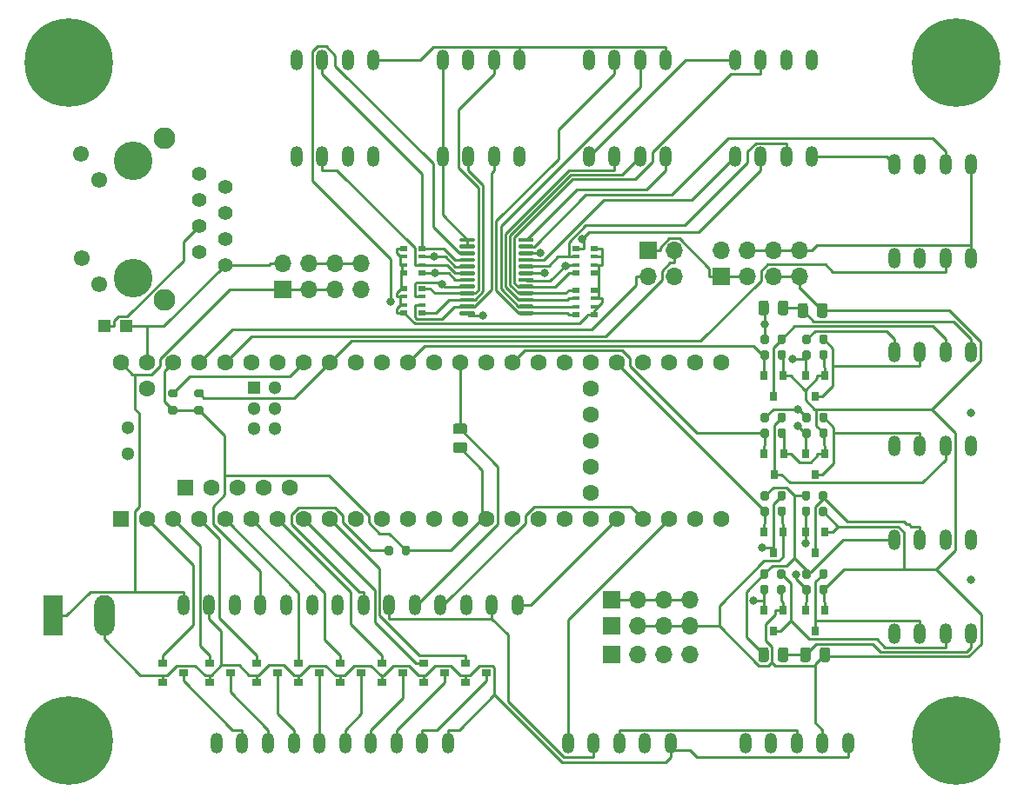
<source format=gbr>
%TF.GenerationSoftware,KiCad,Pcbnew,5.1.9-73d0e3b20d~88~ubuntu20.04.1*%
%TF.CreationDate,2021-02-26T13:03:21-08:00*%
%TF.ProjectId,TeensyMonitorV5,5465656e-7379-44d6-9f6e-69746f725635,rev?*%
%TF.SameCoordinates,Original*%
%TF.FileFunction,Copper,L1,Top*%
%TF.FilePolarity,Positive*%
%FSLAX46Y46*%
G04 Gerber Fmt 4.6, Leading zero omitted, Abs format (unit mm)*
G04 Created by KiCad (PCBNEW 5.1.9-73d0e3b20d~88~ubuntu20.04.1) date 2021-02-26 13:03:21*
%MOMM*%
%LPD*%
G01*
G04 APERTURE LIST*
%TA.AperFunction,SMDPad,CuDef*%
%ADD10R,0.800000X0.500000*%
%TD*%
%TA.AperFunction,SMDPad,CuDef*%
%ADD11R,0.800000X0.400000*%
%TD*%
%TA.AperFunction,ComponentPad*%
%ADD12O,1.200000X2.000000*%
%TD*%
%TA.AperFunction,ComponentPad*%
%ADD13O,1.700000X1.700000*%
%TD*%
%TA.AperFunction,ComponentPad*%
%ADD14R,1.700000X1.700000*%
%TD*%
%TA.AperFunction,ComponentPad*%
%ADD15C,1.300000*%
%TD*%
%TA.AperFunction,ComponentPad*%
%ADD16C,1.600000*%
%TD*%
%TA.AperFunction,ComponentPad*%
%ADD17R,1.300000X1.300000*%
%TD*%
%TA.AperFunction,ComponentPad*%
%ADD18R,1.600000X1.600000*%
%TD*%
%TA.AperFunction,ComponentPad*%
%ADD19C,2.108200*%
%TD*%
%TA.AperFunction,ComponentPad*%
%ADD20C,3.759200*%
%TD*%
%TA.AperFunction,ComponentPad*%
%ADD21C,1.549400*%
%TD*%
%TA.AperFunction,ComponentPad*%
%ADD22C,1.397000*%
%TD*%
%TA.AperFunction,SMDPad,CuDef*%
%ADD23R,1.200000X1.200000*%
%TD*%
%TA.AperFunction,ComponentPad*%
%ADD24C,0.900000*%
%TD*%
%TA.AperFunction,ComponentPad*%
%ADD25C,8.600000*%
%TD*%
%TA.AperFunction,SMDPad,CuDef*%
%ADD26R,0.900000X0.800000*%
%TD*%
%TA.AperFunction,SMDPad,CuDef*%
%ADD27R,0.800000X0.900000*%
%TD*%
%TA.AperFunction,ComponentPad*%
%ADD28O,1.980000X3.960000*%
%TD*%
%TA.AperFunction,ComponentPad*%
%ADD29R,1.980000X3.960000*%
%TD*%
%TA.AperFunction,ViaPad*%
%ADD30C,0.800000*%
%TD*%
%TA.AperFunction,Conductor*%
%ADD31C,0.250000*%
%TD*%
G04 APERTURE END LIST*
D10*
%TO.P,RN34,5*%
%TO.N,Net-(RN31-Pad5)*%
X119772000Y-38284000D03*
D11*
%TO.P,RN34,6*%
X119772000Y-37484000D03*
D10*
%TO.P,RN34,8*%
X119772000Y-35884000D03*
D11*
%TO.P,RN34,7*%
X119772000Y-36684000D03*
D10*
%TO.P,RN34,4*%
%TO.N,Net-(J36-Pad3)*%
X117972000Y-38284000D03*
D11*
%TO.P,RN34,2*%
%TO.N,Net-(J37-Pad2)*%
X117972000Y-36684000D03*
%TO.P,RN34,3*%
%TO.N,Net-(J36-Pad2)*%
X117972000Y-37484000D03*
D10*
%TO.P,RN34,1*%
%TO.N,Net-(J37-Pad3)*%
X117972000Y-35884000D03*
%TD*%
D12*
%TO.P,J23,4*%
%TO.N,GND*%
X156404000Y-73406000D03*
%TO.P,J23,3*%
%TO.N,Net-(J23-Pad3)*%
X153904000Y-73406000D03*
%TO.P,J23,2*%
%TO.N,Net-(J23-Pad2)*%
X151404000Y-73406000D03*
%TO.P,J23,1*%
%TO.N,5V*%
X148904000Y-73406000D03*
%TD*%
%TO.P,J22,4*%
%TO.N,GND*%
X156404000Y-64262000D03*
%TO.P,J22,3*%
%TO.N,Net-(J22-Pad3)*%
X153904000Y-64262000D03*
%TO.P,J22,2*%
%TO.N,Net-(J22-Pad2)*%
X151404000Y-64262000D03*
%TO.P,J22,1*%
%TO.N,5V*%
X148904000Y-64262000D03*
%TD*%
%TO.P,J21,4*%
%TO.N,GND*%
X156404000Y-55118000D03*
%TO.P,J21,3*%
%TO.N,Net-(J21-Pad3)*%
X153904000Y-55118000D03*
%TO.P,J21,2*%
%TO.N,Net-(J21-Pad2)*%
X151404000Y-55118000D03*
%TO.P,J21,1*%
%TO.N,5V*%
X148904000Y-55118000D03*
%TD*%
%TO.P,J20,4*%
%TO.N,GND*%
X156404000Y-45974000D03*
%TO.P,J20,3*%
%TO.N,Net-(J20-Pad3)*%
X153904000Y-45974000D03*
%TO.P,J20,2*%
%TO.N,Net-(J20-Pad2)*%
X151404000Y-45974000D03*
%TO.P,J20,1*%
%TO.N,5V*%
X148904000Y-45974000D03*
%TD*%
%TO.P,U50,14*%
%TO.N,T_IRQ*%
X112262000Y-70612000D03*
%TO.P,U50,13*%
%TO.N,MISO*%
X109762000Y-70612000D03*
%TO.P,U50,12*%
%TO.N,MOSI*%
X107262000Y-70612000D03*
%TO.P,U50,11*%
%TO.N,T_CS*%
X104762000Y-70612000D03*
%TO.P,U50,10*%
%TO.N,SCK*%
X102262000Y-70612000D03*
%TO.P,U50,9*%
%TO.N,MISO*%
X99762000Y-70612000D03*
%TO.P,U50,8*%
%TO.N,Net-(R51-Pad1)*%
X97262000Y-70612000D03*
%TO.P,U50,7*%
%TO.N,SCK*%
X94762000Y-70612000D03*
%TO.P,U50,6*%
%TO.N,MOSI*%
X92262000Y-70612000D03*
%TO.P,U50,5*%
%TO.N,DC*%
X89762000Y-70612000D03*
%TO.P,U50,4*%
%TO.N,3V3*%
X87262000Y-70612000D03*
%TO.P,U50,3*%
%TO.N,CS*%
X84762000Y-70612000D03*
%TO.P,U50,2*%
%TO.N,GND*%
X82262000Y-70612000D03*
%TO.P,U50,1*%
%TO.N,5V*%
X79762000Y-70612000D03*
%TD*%
%TO.P,J39b1,4*%
%TO.N,GND*%
X156404000Y-27686000D03*
%TO.P,J39b1,3*%
%TO.N,SDA*%
X153904000Y-27686000D03*
%TO.P,J39b1,2*%
%TO.N,SCL*%
X151404000Y-27686000D03*
%TO.P,J39b1,1*%
%TO.N,3V3*%
X148904000Y-27686000D03*
%TD*%
%TO.P,J39a1,4*%
%TO.N,GND*%
X156404000Y-36830000D03*
%TO.P,J39a1,3*%
%TO.N,SDA*%
X153904000Y-36830000D03*
%TO.P,J39a1,2*%
%TO.N,SCL*%
X151404000Y-36830000D03*
%TO.P,J39a1,1*%
%TO.N,3V3*%
X148904000Y-36830000D03*
%TD*%
%TO.P,J55,5*%
%TO.N,GND*%
X144446000Y-84074000D03*
%TO.P,J55,4*%
%TO.N,3V3*%
X141946000Y-84074000D03*
%TO.P,J55,3*%
%TO.N,SCK*%
X139446000Y-84074000D03*
%TO.P,J55,2*%
%TO.N,MISO*%
X136946000Y-84074000D03*
%TO.P,J55,1*%
%TO.N,MOTOR1*%
X134446000Y-84074000D03*
%TD*%
%TO.P,J54,5*%
%TO.N,GND*%
X127174000Y-84074000D03*
%TO.P,J54,4*%
%TO.N,3V3*%
X124674000Y-84074000D03*
%TO.P,J54,3*%
%TO.N,SCK*%
X122174000Y-84074000D03*
%TO.P,J54,2*%
%TO.N,MISO*%
X119674000Y-84074000D03*
%TO.P,J54,1*%
%TO.N,MOTOR0*%
X117174000Y-84074000D03*
%TD*%
%TO.P,J40,10*%
%TO.N,GND*%
X105484000Y-84074000D03*
%TO.P,J40,9*%
%TO.N,Net-(J40-Pad9)*%
X102984000Y-84074000D03*
%TO.P,J40,8*%
%TO.N,Net-(J40-Pad8)*%
X100484000Y-84074000D03*
%TO.P,J40,7*%
%TO.N,Net-(J40-Pad7)*%
X97984000Y-84074000D03*
%TO.P,J40,6*%
%TO.N,Net-(J40-Pad6)*%
X95484000Y-84074000D03*
%TO.P,J40,5*%
%TO.N,Net-(J40-Pad5)*%
X92984000Y-84074000D03*
%TO.P,J40,4*%
%TO.N,Net-(J40-Pad4)*%
X90484000Y-84074000D03*
%TO.P,J40,3*%
%TO.N,Net-(J40-Pad3)*%
X87984000Y-84074000D03*
%TO.P,J40,2*%
%TO.N,Net-(J40-Pad2)*%
X85484000Y-84074000D03*
%TO.P,J40,1*%
%TO.N,5V*%
X82984000Y-84074000D03*
%TD*%
%TO.P,J37,4*%
%TO.N,GND*%
X133410000Y-26924000D03*
%TO.P,J37,3*%
%TO.N,Net-(J37-Pad3)*%
X135910000Y-26924000D03*
%TO.P,J37,2*%
%TO.N,Net-(J37-Pad2)*%
X138410000Y-26924000D03*
%TO.P,J37,1*%
%TO.N,3V3*%
X140910000Y-26924000D03*
%TD*%
%TO.P,J36,4*%
%TO.N,GND*%
X133410000Y-17526000D03*
%TO.P,J36,3*%
%TO.N,Net-(J36-Pad3)*%
X135910000Y-17526000D03*
%TO.P,J36,2*%
%TO.N,Net-(J36-Pad2)*%
X138410000Y-17526000D03*
%TO.P,J36,1*%
%TO.N,3V3*%
X140910000Y-17526000D03*
%TD*%
%TO.P,J35,4*%
%TO.N,GND*%
X119186000Y-26924000D03*
%TO.P,J35,3*%
%TO.N,Net-(J35-Pad3)*%
X121686000Y-26924000D03*
%TO.P,J35,2*%
%TO.N,Net-(J35-Pad2)*%
X124186000Y-26924000D03*
%TO.P,J35,1*%
%TO.N,3V3*%
X126686000Y-26924000D03*
%TD*%
%TO.P,J34,4*%
%TO.N,GND*%
X119186000Y-17526000D03*
%TO.P,J34,3*%
%TO.N,Net-(J34-Pad3)*%
X121686000Y-17526000D03*
%TO.P,J34,2*%
%TO.N,Net-(J34-Pad2)*%
X124186000Y-17526000D03*
%TO.P,J34,1*%
%TO.N,3V3*%
X126686000Y-17526000D03*
%TD*%
%TO.P,J33,4*%
%TO.N,GND*%
X104962000Y-26924000D03*
%TO.P,J33,3*%
%TO.N,Net-(J33-Pad3)*%
X107462000Y-26924000D03*
%TO.P,J33,2*%
%TO.N,Net-(J33-Pad2)*%
X109962000Y-26924000D03*
%TO.P,J33,1*%
%TO.N,3V3*%
X112462000Y-26924000D03*
%TD*%
%TO.P,J32,4*%
%TO.N,GND*%
X104962000Y-17526000D03*
%TO.P,J32,3*%
%TO.N,Net-(J32-Pad3)*%
X107462000Y-17526000D03*
%TO.P,J32,2*%
%TO.N,Net-(J32-Pad2)*%
X109962000Y-17526000D03*
%TO.P,J32,1*%
%TO.N,3V3*%
X112462000Y-17526000D03*
%TD*%
%TO.P,J31,4*%
%TO.N,GND*%
X90738000Y-26924000D03*
%TO.P,J31,3*%
%TO.N,Net-(J31-Pad3)*%
X93238000Y-26924000D03*
%TO.P,J31,2*%
%TO.N,Net-(J31-Pad2)*%
X95738000Y-26924000D03*
%TO.P,J31,1*%
%TO.N,3V3*%
X98238000Y-26924000D03*
%TD*%
%TO.P,J30,4*%
%TO.N,GND*%
X90738000Y-17526000D03*
%TO.P,J30,3*%
%TO.N,Net-(J30-Pad3)*%
X93238000Y-17526000D03*
%TO.P,J30,2*%
%TO.N,Net-(J30-Pad2)*%
X95738000Y-17526000D03*
%TO.P,J30,1*%
%TO.N,3V3*%
X98238000Y-17526000D03*
%TD*%
%TO.P,R17,2*%
%TO.N,3V3*%
%TA.AperFunction,SMDPad,CuDef*%
G36*
G01*
X106229999Y-54756000D02*
X107130001Y-54756000D01*
G75*
G02*
X107380000Y-55005999I0J-249999D01*
G01*
X107380000Y-55531001D01*
G75*
G02*
X107130001Y-55781000I-249999J0D01*
G01*
X106229999Y-55781000D01*
G75*
G02*
X105980000Y-55531001I0J249999D01*
G01*
X105980000Y-55005999D01*
G75*
G02*
X106229999Y-54756000I249999J0D01*
G01*
G37*
%TD.AperFunction*%
%TO.P,R17,1*%
%TO.N,SCK*%
%TA.AperFunction,SMDPad,CuDef*%
G36*
G01*
X106229999Y-52931000D02*
X107130001Y-52931000D01*
G75*
G02*
X107380000Y-53180999I0J-249999D01*
G01*
X107380000Y-53706001D01*
G75*
G02*
X107130001Y-53956000I-249999J0D01*
G01*
X106229999Y-53956000D01*
G75*
G02*
X105980000Y-53706001I0J249999D01*
G01*
X105980000Y-53180999D01*
G75*
G02*
X106229999Y-52931000I249999J0D01*
G01*
G37*
%TD.AperFunction*%
%TD*%
D13*
%TO.P,J5,4*%
%TO.N,GND*%
X127508000Y-38608000D03*
%TO.P,J5,3*%
%TO.N,Net-(J5-Pad3)*%
X124968000Y-38608000D03*
%TO.P,J5,2*%
%TO.N,Net-(J5-Pad2)*%
X127508000Y-36068000D03*
D14*
%TO.P,J5,1*%
%TO.N,3V3*%
X124968000Y-36068000D03*
%TD*%
D15*
%TO.P,U1,66*%
%TO.N,N/C*%
X74390000Y-53340000D03*
%TO.P,U1,67*%
X74390000Y-55880000D03*
D16*
%TO.P,U1,54*%
X119380000Y-49530000D03*
%TO.P,U1,53*%
X119380000Y-52070000D03*
%TO.P,U1,52*%
X119380000Y-54610000D03*
%TO.P,U1,51*%
X119380000Y-57150000D03*
%TO.P,U1,50*%
X119380000Y-59690000D03*
D15*
%TO.P,U1,62*%
%TO.N,T-*%
X86630000Y-53428400D03*
%TO.P,U1,63*%
%TO.N,T+*%
X88630000Y-53428400D03*
%TO.P,U1,64*%
%TO.N,GND*%
X88630000Y-51428400D03*
%TO.P,U1,61*%
%TO.N,LED*%
X86630000Y-51428400D03*
%TO.P,U1,65*%
%TO.N,R-*%
X88630000Y-49428400D03*
D17*
%TO.P,U1,60*%
%TO.N,R+*%
X86630000Y-49428400D03*
D16*
%TO.P,U1,17*%
%TO.N,ANLG1*%
X114300000Y-62230000D03*
%TO.P,U1,18*%
%TO.N,ANLG2*%
X116840000Y-62230000D03*
%TO.P,U1,19*%
%TO.N,ANLG3*%
X119380000Y-62230000D03*
%TO.P,U1,20*%
%TO.N,T_IRQ*%
X121920000Y-62230000D03*
%TO.P,U1,16*%
%TO.N,ANLG0*%
X111760000Y-62230000D03*
%TO.P,U1,15*%
%TO.N,3V3*%
X109220000Y-62230000D03*
%TO.P,U1,14*%
%TO.N,MISO*%
X106680000Y-62230000D03*
%TO.P,U1,21*%
%TO.N,T_CS*%
X124460000Y-62230000D03*
%TO.P,U1,22*%
%TO.N,MOTOR0*%
X127000000Y-62230000D03*
%TO.P,U1,23*%
%TO.N,MOTOR1*%
X129540000Y-62230000D03*
%TO.P,U1,24*%
%TO.N,N/C*%
X132080000Y-62230000D03*
%TO.P,U1,25*%
X132080000Y-46990000D03*
%TO.P,U1,26*%
%TO.N,TRG3*%
X129540000Y-46990000D03*
%TO.P,U1,27*%
%TO.N,ECHO3*%
X127000000Y-46990000D03*
%TO.P,U1,28*%
%TO.N,TRG2*%
X124460000Y-46990000D03*
%TO.P,U1,29*%
%TO.N,ECHO2*%
X121920000Y-46990000D03*
%TO.P,U1,30*%
%TO.N,N/C*%
X119380000Y-46990000D03*
%TO.P,U1,31*%
X116840000Y-46990000D03*
%TO.P,U1,32*%
%TO.N,TRG1*%
X114300000Y-46990000D03*
%TO.P,U1,33*%
%TO.N,ECHO1*%
X111760000Y-46990000D03*
%TO.P,U1,34*%
%TO.N,GND*%
X109220000Y-46990000D03*
%TO.P,U1,13*%
%TO.N,MOSI*%
X104140000Y-62230000D03*
%TO.P,U1,12*%
%TO.N,CS*%
X101600000Y-62230000D03*
%TO.P,U1,11*%
%TO.N,DC*%
X99060000Y-62230000D03*
%TO.P,U1,10*%
%TO.N,I2CRESET*%
X96520000Y-62230000D03*
%TO.P,U1,9*%
%TO.N,RLY7*%
X93980000Y-62230000D03*
%TO.P,U1,8*%
%TO.N,RLY6*%
X91440000Y-62230000D03*
%TO.P,U1,7*%
%TO.N,RLY5*%
X88900000Y-62230000D03*
%TO.P,U1,6*%
%TO.N,RLY4*%
X86360000Y-62230000D03*
%TO.P,U1,5*%
%TO.N,RLY3*%
X83820000Y-62230000D03*
%TO.P,U1,4*%
%TO.N,RLY2*%
X81280000Y-62230000D03*
%TO.P,U1,3*%
%TO.N,RLY1*%
X78740000Y-62230000D03*
%TO.P,U1,2*%
%TO.N,RLY0*%
X76200000Y-62230000D03*
D18*
%TO.P,U1,1*%
%TO.N,GND*%
X73660000Y-62230000D03*
D16*
%TO.P,U1,35*%
%TO.N,SCK*%
X106680000Y-46990000D03*
%TO.P,U1,36*%
%TO.N,TRG0*%
X104140000Y-46990000D03*
%TO.P,U1,37*%
%TO.N,ECHO0*%
X101600000Y-46990000D03*
%TO.P,U1,38*%
%TO.N,N/C*%
X99060000Y-46990000D03*
%TO.P,U1,39*%
X96520000Y-46990000D03*
%TO.P,U1,40*%
%TO.N,SDA*%
X93980000Y-46990000D03*
%TO.P,U1,41*%
%TO.N,SCL*%
X91440000Y-46990000D03*
%TO.P,U1,42*%
%TO.N,N/C*%
X88900000Y-46990000D03*
%TO.P,U1,43*%
X86360000Y-46990000D03*
%TO.P,U1,44*%
%TO.N,Net-(J5-Pad2)*%
X83820000Y-46990000D03*
%TO.P,U1,45*%
%TO.N,Net-(J5-Pad3)*%
X81280000Y-46990000D03*
%TO.P,U1,46*%
%TO.N,3V3*%
X78740000Y-46990000D03*
%TO.P,U1,47*%
%TO.N,GND*%
X76200000Y-46990000D03*
%TO.P,U1,48*%
%TO.N,5V*%
X73660000Y-46990000D03*
D18*
%TO.P,U1,55*%
%TO.N,N/C*%
X79959200Y-59179200D03*
D16*
%TO.P,U1,56*%
X82499200Y-59179200D03*
%TO.P,U1,57*%
X85039200Y-59179200D03*
%TO.P,U1,58*%
X87579200Y-59179200D03*
%TO.P,U1,59*%
X90119200Y-59179200D03*
%TO.P,U1,49*%
X76200000Y-49530000D03*
%TD*%
D19*
%TO.P,J4,16*%
%TO.N,N/C*%
X77940010Y-40894998D03*
%TO.P,J4,13*%
X77940010Y-25145002D03*
D20*
%TO.P,J4,15*%
X74890010Y-38735000D03*
%TO.P,J4,14*%
X74890010Y-27305000D03*
D21*
%TO.P,J4,12*%
X71530010Y-39345000D03*
%TO.P,J4,11*%
X69830010Y-36805000D03*
%TO.P,J4,10*%
%TO.N,LED*%
X71530010Y-29235000D03*
%TO.P,J4,9*%
%TO.N,GND*%
X69810010Y-26695000D03*
D22*
%TO.P,J4,7*%
%TO.N,N/C*%
X81260010Y-36195000D03*
%TO.P,J4,5*%
%TO.N,Net-(C1-Pad2)*%
X81260010Y-33655000D03*
%TO.P,J4,3*%
%TO.N,T-*%
X81260010Y-31115000D03*
%TO.P,J4,1*%
%TO.N,T+*%
X81260010Y-28575000D03*
%TO.P,J4,8*%
%TO.N,GND*%
X83800010Y-37465000D03*
%TO.P,J4,6*%
%TO.N,R-*%
X83800010Y-34925000D03*
%TO.P,J4,4*%
%TO.N,R+*%
X83800010Y-32385000D03*
%TO.P,J4,2*%
%TO.N,Net-(C1-Pad2)*%
X83800010Y-29845000D03*
%TD*%
D23*
%TO.P,C1,1*%
%TO.N,GND*%
X74202000Y-43434000D03*
%TO.P,C1,2*%
%TO.N,Net-(C1-Pad2)*%
X72102000Y-43434000D03*
%TD*%
D13*
%TO.P,J3,8*%
%TO.N,GND*%
X139700000Y-36068000D03*
%TO.P,J3,7*%
%TO.N,3V3*%
X139700000Y-38608000D03*
%TO.P,J3,6*%
%TO.N,GND*%
X137160000Y-36068000D03*
%TO.P,J3,5*%
%TO.N,3V3*%
X137160000Y-38608000D03*
%TO.P,J3,4*%
%TO.N,GND*%
X134620000Y-36068000D03*
%TO.P,J3,3*%
%TO.N,3V3*%
X134620000Y-38608000D03*
%TO.P,J3,2*%
%TO.N,GND*%
X132080000Y-36068000D03*
D14*
%TO.P,J3,1*%
%TO.N,3V3*%
X132080000Y-38608000D03*
%TD*%
D24*
%TO.P,H4,1*%
%TO.N,N/C*%
X157220419Y-81539581D03*
X154940000Y-80595000D03*
X152659581Y-81539581D03*
X151715000Y-83820000D03*
X152659581Y-86100419D03*
X154940000Y-87045000D03*
X157220419Y-86100419D03*
X158165000Y-83820000D03*
D25*
X154940000Y-83820000D03*
%TD*%
D24*
%TO.P,H3,1*%
%TO.N,N/C*%
X157220419Y-15499581D03*
X154940000Y-14555000D03*
X152659581Y-15499581D03*
X151715000Y-17780000D03*
X152659581Y-20060419D03*
X154940000Y-21005000D03*
X157220419Y-20060419D03*
X158165000Y-17780000D03*
D25*
X154940000Y-17780000D03*
%TD*%
D24*
%TO.P,H2,1*%
%TO.N,N/C*%
X70860419Y-81539581D03*
X68580000Y-80595000D03*
X66299581Y-81539581D03*
X65355000Y-83820000D03*
X66299581Y-86100419D03*
X68580000Y-87045000D03*
X70860419Y-86100419D03*
X71805000Y-83820000D03*
D25*
X68580000Y-83820000D03*
%TD*%
D24*
%TO.P,H1,1*%
%TO.N,N/C*%
X70860419Y-15499581D03*
X68580000Y-14555000D03*
X66299581Y-15499581D03*
X65355000Y-17780000D03*
X66299581Y-20060419D03*
X68580000Y-21005000D03*
X70860419Y-20060419D03*
X71805000Y-17780000D03*
D25*
X68580000Y-17780000D03*
%TD*%
%TO.P,U31,24*%
%TO.N,3V3*%
%TA.AperFunction,SMDPad,CuDef*%
G36*
G01*
X112361000Y-35133000D02*
X112361000Y-34933000D01*
G75*
G02*
X112461000Y-34833000I100000J0D01*
G01*
X113736000Y-34833000D01*
G75*
G02*
X113836000Y-34933000I0J-100000D01*
G01*
X113836000Y-35133000D01*
G75*
G02*
X113736000Y-35233000I-100000J0D01*
G01*
X112461000Y-35233000D01*
G75*
G02*
X112361000Y-35133000I0J100000D01*
G01*
G37*
%TD.AperFunction*%
%TO.P,U31,23*%
%TO.N,SDA*%
%TA.AperFunction,SMDPad,CuDef*%
G36*
G01*
X112361000Y-35783000D02*
X112361000Y-35583000D01*
G75*
G02*
X112461000Y-35483000I100000J0D01*
G01*
X113736000Y-35483000D01*
G75*
G02*
X113836000Y-35583000I0J-100000D01*
G01*
X113836000Y-35783000D01*
G75*
G02*
X113736000Y-35883000I-100000J0D01*
G01*
X112461000Y-35883000D01*
G75*
G02*
X112361000Y-35783000I0J100000D01*
G01*
G37*
%TD.AperFunction*%
%TO.P,U31,22*%
%TO.N,SCL*%
%TA.AperFunction,SMDPad,CuDef*%
G36*
G01*
X112361000Y-36433000D02*
X112361000Y-36233000D01*
G75*
G02*
X112461000Y-36133000I100000J0D01*
G01*
X113736000Y-36133000D01*
G75*
G02*
X113836000Y-36233000I0J-100000D01*
G01*
X113836000Y-36433000D01*
G75*
G02*
X113736000Y-36533000I-100000J0D01*
G01*
X112461000Y-36533000D01*
G75*
G02*
X112361000Y-36433000I0J100000D01*
G01*
G37*
%TD.AperFunction*%
%TO.P,U31,21*%
%TO.N,GND*%
%TA.AperFunction,SMDPad,CuDef*%
G36*
G01*
X112361000Y-37083000D02*
X112361000Y-36883000D01*
G75*
G02*
X112461000Y-36783000I100000J0D01*
G01*
X113736000Y-36783000D01*
G75*
G02*
X113836000Y-36883000I0J-100000D01*
G01*
X113836000Y-37083000D01*
G75*
G02*
X113736000Y-37183000I-100000J0D01*
G01*
X112461000Y-37183000D01*
G75*
G02*
X112361000Y-37083000I0J100000D01*
G01*
G37*
%TD.AperFunction*%
%TO.P,U31,20*%
%TO.N,Net-(J37-Pad2)*%
%TA.AperFunction,SMDPad,CuDef*%
G36*
G01*
X112361000Y-37733000D02*
X112361000Y-37533000D01*
G75*
G02*
X112461000Y-37433000I100000J0D01*
G01*
X113736000Y-37433000D01*
G75*
G02*
X113836000Y-37533000I0J-100000D01*
G01*
X113836000Y-37733000D01*
G75*
G02*
X113736000Y-37833000I-100000J0D01*
G01*
X112461000Y-37833000D01*
G75*
G02*
X112361000Y-37733000I0J100000D01*
G01*
G37*
%TD.AperFunction*%
%TO.P,U31,19*%
%TO.N,Net-(J37-Pad3)*%
%TA.AperFunction,SMDPad,CuDef*%
G36*
G01*
X112361000Y-38383000D02*
X112361000Y-38183000D01*
G75*
G02*
X112461000Y-38083000I100000J0D01*
G01*
X113736000Y-38083000D01*
G75*
G02*
X113836000Y-38183000I0J-100000D01*
G01*
X113836000Y-38383000D01*
G75*
G02*
X113736000Y-38483000I-100000J0D01*
G01*
X112461000Y-38483000D01*
G75*
G02*
X112361000Y-38383000I0J100000D01*
G01*
G37*
%TD.AperFunction*%
%TO.P,U31,18*%
%TO.N,Net-(J36-Pad2)*%
%TA.AperFunction,SMDPad,CuDef*%
G36*
G01*
X112361000Y-39033000D02*
X112361000Y-38833000D01*
G75*
G02*
X112461000Y-38733000I100000J0D01*
G01*
X113736000Y-38733000D01*
G75*
G02*
X113836000Y-38833000I0J-100000D01*
G01*
X113836000Y-39033000D01*
G75*
G02*
X113736000Y-39133000I-100000J0D01*
G01*
X112461000Y-39133000D01*
G75*
G02*
X112361000Y-39033000I0J100000D01*
G01*
G37*
%TD.AperFunction*%
%TO.P,U31,17*%
%TO.N,Net-(J36-Pad3)*%
%TA.AperFunction,SMDPad,CuDef*%
G36*
G01*
X112361000Y-39683000D02*
X112361000Y-39483000D01*
G75*
G02*
X112461000Y-39383000I100000J0D01*
G01*
X113736000Y-39383000D01*
G75*
G02*
X113836000Y-39483000I0J-100000D01*
G01*
X113836000Y-39683000D01*
G75*
G02*
X113736000Y-39783000I-100000J0D01*
G01*
X112461000Y-39783000D01*
G75*
G02*
X112361000Y-39683000I0J100000D01*
G01*
G37*
%TD.AperFunction*%
%TO.P,U31,16*%
%TO.N,Net-(J35-Pad2)*%
%TA.AperFunction,SMDPad,CuDef*%
G36*
G01*
X112361000Y-40333000D02*
X112361000Y-40133000D01*
G75*
G02*
X112461000Y-40033000I100000J0D01*
G01*
X113736000Y-40033000D01*
G75*
G02*
X113836000Y-40133000I0J-100000D01*
G01*
X113836000Y-40333000D01*
G75*
G02*
X113736000Y-40433000I-100000J0D01*
G01*
X112461000Y-40433000D01*
G75*
G02*
X112361000Y-40333000I0J100000D01*
G01*
G37*
%TD.AperFunction*%
%TO.P,U31,15*%
%TO.N,Net-(J35-Pad3)*%
%TA.AperFunction,SMDPad,CuDef*%
G36*
G01*
X112361000Y-40983000D02*
X112361000Y-40783000D01*
G75*
G02*
X112461000Y-40683000I100000J0D01*
G01*
X113736000Y-40683000D01*
G75*
G02*
X113836000Y-40783000I0J-100000D01*
G01*
X113836000Y-40983000D01*
G75*
G02*
X113736000Y-41083000I-100000J0D01*
G01*
X112461000Y-41083000D01*
G75*
G02*
X112361000Y-40983000I0J100000D01*
G01*
G37*
%TD.AperFunction*%
%TO.P,U31,14*%
%TO.N,Net-(J34-Pad2)*%
%TA.AperFunction,SMDPad,CuDef*%
G36*
G01*
X112361000Y-41633000D02*
X112361000Y-41433000D01*
G75*
G02*
X112461000Y-41333000I100000J0D01*
G01*
X113736000Y-41333000D01*
G75*
G02*
X113836000Y-41433000I0J-100000D01*
G01*
X113836000Y-41633000D01*
G75*
G02*
X113736000Y-41733000I-100000J0D01*
G01*
X112461000Y-41733000D01*
G75*
G02*
X112361000Y-41633000I0J100000D01*
G01*
G37*
%TD.AperFunction*%
%TO.P,U31,13*%
%TO.N,Net-(J34-Pad3)*%
%TA.AperFunction,SMDPad,CuDef*%
G36*
G01*
X112361000Y-42283000D02*
X112361000Y-42083000D01*
G75*
G02*
X112461000Y-41983000I100000J0D01*
G01*
X113736000Y-41983000D01*
G75*
G02*
X113836000Y-42083000I0J-100000D01*
G01*
X113836000Y-42283000D01*
G75*
G02*
X113736000Y-42383000I-100000J0D01*
G01*
X112461000Y-42383000D01*
G75*
G02*
X112361000Y-42283000I0J100000D01*
G01*
G37*
%TD.AperFunction*%
%TO.P,U31,12*%
%TO.N,GND*%
%TA.AperFunction,SMDPad,CuDef*%
G36*
G01*
X106636000Y-42283000D02*
X106636000Y-42083000D01*
G75*
G02*
X106736000Y-41983000I100000J0D01*
G01*
X108011000Y-41983000D01*
G75*
G02*
X108111000Y-42083000I0J-100000D01*
G01*
X108111000Y-42283000D01*
G75*
G02*
X108011000Y-42383000I-100000J0D01*
G01*
X106736000Y-42383000D01*
G75*
G02*
X106636000Y-42283000I0J100000D01*
G01*
G37*
%TD.AperFunction*%
%TO.P,U31,11*%
%TO.N,Net-(J33-Pad2)*%
%TA.AperFunction,SMDPad,CuDef*%
G36*
G01*
X106636000Y-41633000D02*
X106636000Y-41433000D01*
G75*
G02*
X106736000Y-41333000I100000J0D01*
G01*
X108011000Y-41333000D01*
G75*
G02*
X108111000Y-41433000I0J-100000D01*
G01*
X108111000Y-41633000D01*
G75*
G02*
X108011000Y-41733000I-100000J0D01*
G01*
X106736000Y-41733000D01*
G75*
G02*
X106636000Y-41633000I0J100000D01*
G01*
G37*
%TD.AperFunction*%
%TO.P,U31,10*%
%TO.N,Net-(J33-Pad3)*%
%TA.AperFunction,SMDPad,CuDef*%
G36*
G01*
X106636000Y-40983000D02*
X106636000Y-40783000D01*
G75*
G02*
X106736000Y-40683000I100000J0D01*
G01*
X108011000Y-40683000D01*
G75*
G02*
X108111000Y-40783000I0J-100000D01*
G01*
X108111000Y-40983000D01*
G75*
G02*
X108011000Y-41083000I-100000J0D01*
G01*
X106736000Y-41083000D01*
G75*
G02*
X106636000Y-40983000I0J100000D01*
G01*
G37*
%TD.AperFunction*%
%TO.P,U31,9*%
%TO.N,Net-(J32-Pad2)*%
%TA.AperFunction,SMDPad,CuDef*%
G36*
G01*
X106636000Y-40333000D02*
X106636000Y-40133000D01*
G75*
G02*
X106736000Y-40033000I100000J0D01*
G01*
X108011000Y-40033000D01*
G75*
G02*
X108111000Y-40133000I0J-100000D01*
G01*
X108111000Y-40333000D01*
G75*
G02*
X108011000Y-40433000I-100000J0D01*
G01*
X106736000Y-40433000D01*
G75*
G02*
X106636000Y-40333000I0J100000D01*
G01*
G37*
%TD.AperFunction*%
%TO.P,U31,8*%
%TO.N,Net-(J32-Pad3)*%
%TA.AperFunction,SMDPad,CuDef*%
G36*
G01*
X106636000Y-39683000D02*
X106636000Y-39483000D01*
G75*
G02*
X106736000Y-39383000I100000J0D01*
G01*
X108011000Y-39383000D01*
G75*
G02*
X108111000Y-39483000I0J-100000D01*
G01*
X108111000Y-39683000D01*
G75*
G02*
X108011000Y-39783000I-100000J0D01*
G01*
X106736000Y-39783000D01*
G75*
G02*
X106636000Y-39683000I0J100000D01*
G01*
G37*
%TD.AperFunction*%
%TO.P,U31,7*%
%TO.N,Net-(J31-Pad2)*%
%TA.AperFunction,SMDPad,CuDef*%
G36*
G01*
X106636000Y-39033000D02*
X106636000Y-38833000D01*
G75*
G02*
X106736000Y-38733000I100000J0D01*
G01*
X108011000Y-38733000D01*
G75*
G02*
X108111000Y-38833000I0J-100000D01*
G01*
X108111000Y-39033000D01*
G75*
G02*
X108011000Y-39133000I-100000J0D01*
G01*
X106736000Y-39133000D01*
G75*
G02*
X106636000Y-39033000I0J100000D01*
G01*
G37*
%TD.AperFunction*%
%TO.P,U31,6*%
%TO.N,Net-(J31-Pad3)*%
%TA.AperFunction,SMDPad,CuDef*%
G36*
G01*
X106636000Y-38383000D02*
X106636000Y-38183000D01*
G75*
G02*
X106736000Y-38083000I100000J0D01*
G01*
X108011000Y-38083000D01*
G75*
G02*
X108111000Y-38183000I0J-100000D01*
G01*
X108111000Y-38383000D01*
G75*
G02*
X108011000Y-38483000I-100000J0D01*
G01*
X106736000Y-38483000D01*
G75*
G02*
X106636000Y-38383000I0J100000D01*
G01*
G37*
%TD.AperFunction*%
%TO.P,U31,5*%
%TO.N,Net-(J30-Pad2)*%
%TA.AperFunction,SMDPad,CuDef*%
G36*
G01*
X106636000Y-37733000D02*
X106636000Y-37533000D01*
G75*
G02*
X106736000Y-37433000I100000J0D01*
G01*
X108011000Y-37433000D01*
G75*
G02*
X108111000Y-37533000I0J-100000D01*
G01*
X108111000Y-37733000D01*
G75*
G02*
X108011000Y-37833000I-100000J0D01*
G01*
X106736000Y-37833000D01*
G75*
G02*
X106636000Y-37733000I0J100000D01*
G01*
G37*
%TD.AperFunction*%
%TO.P,U31,4*%
%TO.N,Net-(J30-Pad3)*%
%TA.AperFunction,SMDPad,CuDef*%
G36*
G01*
X106636000Y-37083000D02*
X106636000Y-36883000D01*
G75*
G02*
X106736000Y-36783000I100000J0D01*
G01*
X108011000Y-36783000D01*
G75*
G02*
X108111000Y-36883000I0J-100000D01*
G01*
X108111000Y-37083000D01*
G75*
G02*
X108011000Y-37183000I-100000J0D01*
G01*
X106736000Y-37183000D01*
G75*
G02*
X106636000Y-37083000I0J100000D01*
G01*
G37*
%TD.AperFunction*%
%TO.P,U31,3*%
%TO.N,I2CRESET*%
%TA.AperFunction,SMDPad,CuDef*%
G36*
G01*
X106636000Y-36433000D02*
X106636000Y-36233000D01*
G75*
G02*
X106736000Y-36133000I100000J0D01*
G01*
X108011000Y-36133000D01*
G75*
G02*
X108111000Y-36233000I0J-100000D01*
G01*
X108111000Y-36433000D01*
G75*
G02*
X108011000Y-36533000I-100000J0D01*
G01*
X106736000Y-36533000D01*
G75*
G02*
X106636000Y-36433000I0J100000D01*
G01*
G37*
%TD.AperFunction*%
%TO.P,U31,2*%
%TO.N,GND*%
%TA.AperFunction,SMDPad,CuDef*%
G36*
G01*
X106636000Y-35783000D02*
X106636000Y-35583000D01*
G75*
G02*
X106736000Y-35483000I100000J0D01*
G01*
X108011000Y-35483000D01*
G75*
G02*
X108111000Y-35583000I0J-100000D01*
G01*
X108111000Y-35783000D01*
G75*
G02*
X108011000Y-35883000I-100000J0D01*
G01*
X106736000Y-35883000D01*
G75*
G02*
X106636000Y-35783000I0J100000D01*
G01*
G37*
%TD.AperFunction*%
%TO.P,U31,1*%
%TA.AperFunction,SMDPad,CuDef*%
G36*
G01*
X106636000Y-35133000D02*
X106636000Y-34933000D01*
G75*
G02*
X106736000Y-34833000I100000J0D01*
G01*
X108011000Y-34833000D01*
G75*
G02*
X108111000Y-34933000I0J-100000D01*
G01*
X108111000Y-35133000D01*
G75*
G02*
X108011000Y-35233000I-100000J0D01*
G01*
X106736000Y-35233000D01*
G75*
G02*
X106636000Y-35133000I0J100000D01*
G01*
G37*
%TD.AperFunction*%
%TD*%
D10*
%TO.P,RN33,5*%
%TO.N,Net-(RN31-Pad5)*%
X119772000Y-42348000D03*
D11*
%TO.P,RN33,6*%
X119772000Y-41548000D03*
D10*
%TO.P,RN33,8*%
X119772000Y-39948000D03*
D11*
%TO.P,RN33,7*%
X119772000Y-40748000D03*
D10*
%TO.P,RN33,4*%
%TO.N,Net-(J34-Pad3)*%
X117972000Y-42348000D03*
D11*
%TO.P,RN33,2*%
%TO.N,Net-(J35-Pad3)*%
X117972000Y-40748000D03*
%TO.P,RN33,3*%
%TO.N,Net-(J34-Pad2)*%
X117972000Y-41548000D03*
D10*
%TO.P,RN33,1*%
%TO.N,Net-(J35-Pad2)*%
X117972000Y-39948000D03*
%TD*%
%TO.P,RN32,5*%
%TO.N,Net-(RN31-Pad5)*%
X101208000Y-39764000D03*
D11*
%TO.P,RN32,6*%
X101208000Y-40564000D03*
D10*
%TO.P,RN32,8*%
X101208000Y-42164000D03*
D11*
%TO.P,RN32,7*%
X101208000Y-41364000D03*
D10*
%TO.P,RN32,4*%
%TO.N,Net-(J32-Pad2)*%
X103008000Y-39764000D03*
D11*
%TO.P,RN32,2*%
%TO.N,Net-(J33-Pad2)*%
X103008000Y-41364000D03*
%TO.P,RN32,3*%
%TO.N,Net-(J32-Pad3)*%
X103008000Y-40564000D03*
D10*
%TO.P,RN32,1*%
%TO.N,Net-(J33-Pad3)*%
X103008000Y-42164000D03*
%TD*%
%TO.P,RN31,5*%
%TO.N,Net-(RN31-Pad5)*%
X101208000Y-35884000D03*
D11*
%TO.P,RN31,6*%
X101208000Y-36684000D03*
D10*
%TO.P,RN31,8*%
X101208000Y-38284000D03*
D11*
%TO.P,RN31,7*%
X101208000Y-37484000D03*
D10*
%TO.P,RN31,4*%
%TO.N,Net-(J30-Pad3)*%
X103008000Y-35884000D03*
D11*
%TO.P,RN31,2*%
%TO.N,Net-(J31-Pad3)*%
X103008000Y-37484000D03*
%TO.P,RN31,3*%
%TO.N,Net-(J30-Pad2)*%
X103008000Y-36684000D03*
D10*
%TO.P,RN31,1*%
%TO.N,Net-(J31-Pad2)*%
X103008000Y-38284000D03*
%TD*%
%TO.P,R51,2*%
%TO.N,3V3*%
%TA.AperFunction,SMDPad,CuDef*%
G36*
G01*
X101009000Y-65553000D02*
X101009000Y-65003000D01*
G75*
G02*
X101209000Y-64803000I200000J0D01*
G01*
X101609000Y-64803000D01*
G75*
G02*
X101809000Y-65003000I0J-200000D01*
G01*
X101809000Y-65553000D01*
G75*
G02*
X101609000Y-65753000I-200000J0D01*
G01*
X101209000Y-65753000D01*
G75*
G02*
X101009000Y-65553000I0J200000D01*
G01*
G37*
%TD.AperFunction*%
%TO.P,R51,1*%
%TO.N,Net-(R51-Pad1)*%
%TA.AperFunction,SMDPad,CuDef*%
G36*
G01*
X99359000Y-65553000D02*
X99359000Y-65003000D01*
G75*
G02*
X99559000Y-64803000I200000J0D01*
G01*
X99959000Y-64803000D01*
G75*
G02*
X100159000Y-65003000I0J-200000D01*
G01*
X100159000Y-65553000D01*
G75*
G02*
X99959000Y-65753000I-200000J0D01*
G01*
X99559000Y-65753000D01*
G75*
G02*
X99359000Y-65553000I0J200000D01*
G01*
G37*
%TD.AperFunction*%
%TD*%
%TO.P,R31,2*%
%TO.N,SDA*%
%TA.AperFunction,SMDPad,CuDef*%
G36*
G01*
X81555000Y-50375000D02*
X81005000Y-50375000D01*
G75*
G02*
X80805000Y-50175000I0J200000D01*
G01*
X80805000Y-49775000D01*
G75*
G02*
X81005000Y-49575000I200000J0D01*
G01*
X81555000Y-49575000D01*
G75*
G02*
X81755000Y-49775000I0J-200000D01*
G01*
X81755000Y-50175000D01*
G75*
G02*
X81555000Y-50375000I-200000J0D01*
G01*
G37*
%TD.AperFunction*%
%TO.P,R31,1*%
%TO.N,3V3*%
%TA.AperFunction,SMDPad,CuDef*%
G36*
G01*
X81555000Y-52025000D02*
X81005000Y-52025000D01*
G75*
G02*
X80805000Y-51825000I0J200000D01*
G01*
X80805000Y-51425000D01*
G75*
G02*
X81005000Y-51225000I200000J0D01*
G01*
X81555000Y-51225000D01*
G75*
G02*
X81755000Y-51425000I0J-200000D01*
G01*
X81755000Y-51825000D01*
G75*
G02*
X81555000Y-52025000I-200000J0D01*
G01*
G37*
%TD.AperFunction*%
%TD*%
%TO.P,R30,2*%
%TO.N,SCL*%
%TA.AperFunction,SMDPad,CuDef*%
G36*
G01*
X79015000Y-50375000D02*
X78465000Y-50375000D01*
G75*
G02*
X78265000Y-50175000I0J200000D01*
G01*
X78265000Y-49775000D01*
G75*
G02*
X78465000Y-49575000I200000J0D01*
G01*
X79015000Y-49575000D01*
G75*
G02*
X79215000Y-49775000I0J-200000D01*
G01*
X79215000Y-50175000D01*
G75*
G02*
X79015000Y-50375000I-200000J0D01*
G01*
G37*
%TD.AperFunction*%
%TO.P,R30,1*%
%TO.N,3V3*%
%TA.AperFunction,SMDPad,CuDef*%
G36*
G01*
X79015000Y-52025000D02*
X78465000Y-52025000D01*
G75*
G02*
X78265000Y-51825000I0J200000D01*
G01*
X78265000Y-51425000D01*
G75*
G02*
X78465000Y-51225000I200000J0D01*
G01*
X79015000Y-51225000D01*
G75*
G02*
X79215000Y-51425000I0J-200000D01*
G01*
X79215000Y-51825000D01*
G75*
G02*
X79015000Y-52025000I-200000J0D01*
G01*
G37*
%TD.AperFunction*%
%TD*%
%TO.P,R16,2*%
%TO.N,ECHO3*%
%TA.AperFunction,SMDPad,CuDef*%
G36*
G01*
X136672000Y-68813000D02*
X136672000Y-69363000D01*
G75*
G02*
X136472000Y-69563000I-200000J0D01*
G01*
X136072000Y-69563000D01*
G75*
G02*
X135872000Y-69363000I0J200000D01*
G01*
X135872000Y-68813000D01*
G75*
G02*
X136072000Y-68613000I200000J0D01*
G01*
X136472000Y-68613000D01*
G75*
G02*
X136672000Y-68813000I0J-200000D01*
G01*
G37*
%TD.AperFunction*%
%TO.P,R16,1*%
%TO.N,3V3*%
%TA.AperFunction,SMDPad,CuDef*%
G36*
G01*
X138322000Y-68813000D02*
X138322000Y-69363000D01*
G75*
G02*
X138122000Y-69563000I-200000J0D01*
G01*
X137722000Y-69563000D01*
G75*
G02*
X137522000Y-69363000I0J200000D01*
G01*
X137522000Y-68813000D01*
G75*
G02*
X137722000Y-68613000I200000J0D01*
G01*
X138122000Y-68613000D01*
G75*
G02*
X138322000Y-68813000I0J-200000D01*
G01*
G37*
%TD.AperFunction*%
%TD*%
%TO.P,R15,2*%
%TO.N,Net-(J23-Pad3)*%
%TA.AperFunction,SMDPad,CuDef*%
G36*
G01*
X137522000Y-67839000D02*
X137522000Y-67289000D01*
G75*
G02*
X137722000Y-67089000I200000J0D01*
G01*
X138122000Y-67089000D01*
G75*
G02*
X138322000Y-67289000I0J-200000D01*
G01*
X138322000Y-67839000D01*
G75*
G02*
X138122000Y-68039000I-200000J0D01*
G01*
X137722000Y-68039000D01*
G75*
G02*
X137522000Y-67839000I0J200000D01*
G01*
G37*
%TD.AperFunction*%
%TO.P,R15,1*%
%TO.N,5V*%
%TA.AperFunction,SMDPad,CuDef*%
G36*
G01*
X135872000Y-67839000D02*
X135872000Y-67289000D01*
G75*
G02*
X136072000Y-67089000I200000J0D01*
G01*
X136472000Y-67089000D01*
G75*
G02*
X136672000Y-67289000I0J-200000D01*
G01*
X136672000Y-67839000D01*
G75*
G02*
X136472000Y-68039000I-200000J0D01*
G01*
X136072000Y-68039000D01*
G75*
G02*
X135872000Y-67839000I0J200000D01*
G01*
G37*
%TD.AperFunction*%
%TD*%
%TO.P,R14,2*%
%TO.N,TRG3*%
%TA.AperFunction,SMDPad,CuDef*%
G36*
G01*
X140799000Y-68813000D02*
X140799000Y-69363000D01*
G75*
G02*
X140599000Y-69563000I-200000J0D01*
G01*
X140199000Y-69563000D01*
G75*
G02*
X139999000Y-69363000I0J200000D01*
G01*
X139999000Y-68813000D01*
G75*
G02*
X140199000Y-68613000I200000J0D01*
G01*
X140599000Y-68613000D01*
G75*
G02*
X140799000Y-68813000I0J-200000D01*
G01*
G37*
%TD.AperFunction*%
%TO.P,R14,1*%
%TO.N,3V3*%
%TA.AperFunction,SMDPad,CuDef*%
G36*
G01*
X142449000Y-68813000D02*
X142449000Y-69363000D01*
G75*
G02*
X142249000Y-69563000I-200000J0D01*
G01*
X141849000Y-69563000D01*
G75*
G02*
X141649000Y-69363000I0J200000D01*
G01*
X141649000Y-68813000D01*
G75*
G02*
X141849000Y-68613000I200000J0D01*
G01*
X142249000Y-68613000D01*
G75*
G02*
X142449000Y-68813000I0J-200000D01*
G01*
G37*
%TD.AperFunction*%
%TD*%
%TO.P,R13,2*%
%TO.N,Net-(J23-Pad2)*%
%TA.AperFunction,SMDPad,CuDef*%
G36*
G01*
X141649000Y-67839000D02*
X141649000Y-67289000D01*
G75*
G02*
X141849000Y-67089000I200000J0D01*
G01*
X142249000Y-67089000D01*
G75*
G02*
X142449000Y-67289000I0J-200000D01*
G01*
X142449000Y-67839000D01*
G75*
G02*
X142249000Y-68039000I-200000J0D01*
G01*
X141849000Y-68039000D01*
G75*
G02*
X141649000Y-67839000I0J200000D01*
G01*
G37*
%TD.AperFunction*%
%TO.P,R13,1*%
%TO.N,5V*%
%TA.AperFunction,SMDPad,CuDef*%
G36*
G01*
X139999000Y-67839000D02*
X139999000Y-67289000D01*
G75*
G02*
X140199000Y-67089000I200000J0D01*
G01*
X140599000Y-67089000D01*
G75*
G02*
X140799000Y-67289000I0J-200000D01*
G01*
X140799000Y-67839000D01*
G75*
G02*
X140599000Y-68039000I-200000J0D01*
G01*
X140199000Y-68039000D01*
G75*
G02*
X139999000Y-67839000I0J200000D01*
G01*
G37*
%TD.AperFunction*%
%TD*%
%TO.P,R12,2*%
%TO.N,ECHO2*%
%TA.AperFunction,SMDPad,CuDef*%
G36*
G01*
X136735000Y-61193000D02*
X136735000Y-61743000D01*
G75*
G02*
X136535000Y-61943000I-200000J0D01*
G01*
X136135000Y-61943000D01*
G75*
G02*
X135935000Y-61743000I0J200000D01*
G01*
X135935000Y-61193000D01*
G75*
G02*
X136135000Y-60993000I200000J0D01*
G01*
X136535000Y-60993000D01*
G75*
G02*
X136735000Y-61193000I0J-200000D01*
G01*
G37*
%TD.AperFunction*%
%TO.P,R12,1*%
%TO.N,3V3*%
%TA.AperFunction,SMDPad,CuDef*%
G36*
G01*
X138385000Y-61193000D02*
X138385000Y-61743000D01*
G75*
G02*
X138185000Y-61943000I-200000J0D01*
G01*
X137785000Y-61943000D01*
G75*
G02*
X137585000Y-61743000I0J200000D01*
G01*
X137585000Y-61193000D01*
G75*
G02*
X137785000Y-60993000I200000J0D01*
G01*
X138185000Y-60993000D01*
G75*
G02*
X138385000Y-61193000I0J-200000D01*
G01*
G37*
%TD.AperFunction*%
%TD*%
%TO.P,R11,2*%
%TO.N,Net-(J22-Pad3)*%
%TA.AperFunction,SMDPad,CuDef*%
G36*
G01*
X137585000Y-60219000D02*
X137585000Y-59669000D01*
G75*
G02*
X137785000Y-59469000I200000J0D01*
G01*
X138185000Y-59469000D01*
G75*
G02*
X138385000Y-59669000I0J-200000D01*
G01*
X138385000Y-60219000D01*
G75*
G02*
X138185000Y-60419000I-200000J0D01*
G01*
X137785000Y-60419000D01*
G75*
G02*
X137585000Y-60219000I0J200000D01*
G01*
G37*
%TD.AperFunction*%
%TO.P,R11,1*%
%TO.N,5V*%
%TA.AperFunction,SMDPad,CuDef*%
G36*
G01*
X135935000Y-60219000D02*
X135935000Y-59669000D01*
G75*
G02*
X136135000Y-59469000I200000J0D01*
G01*
X136535000Y-59469000D01*
G75*
G02*
X136735000Y-59669000I0J-200000D01*
G01*
X136735000Y-60219000D01*
G75*
G02*
X136535000Y-60419000I-200000J0D01*
G01*
X136135000Y-60419000D01*
G75*
G02*
X135935000Y-60219000I0J200000D01*
G01*
G37*
%TD.AperFunction*%
%TD*%
%TO.P,R10,2*%
%TO.N,TRG2*%
%TA.AperFunction,SMDPad,CuDef*%
G36*
G01*
X140736000Y-61193000D02*
X140736000Y-61743000D01*
G75*
G02*
X140536000Y-61943000I-200000J0D01*
G01*
X140136000Y-61943000D01*
G75*
G02*
X139936000Y-61743000I0J200000D01*
G01*
X139936000Y-61193000D01*
G75*
G02*
X140136000Y-60993000I200000J0D01*
G01*
X140536000Y-60993000D01*
G75*
G02*
X140736000Y-61193000I0J-200000D01*
G01*
G37*
%TD.AperFunction*%
%TO.P,R10,1*%
%TO.N,3V3*%
%TA.AperFunction,SMDPad,CuDef*%
G36*
G01*
X142386000Y-61193000D02*
X142386000Y-61743000D01*
G75*
G02*
X142186000Y-61943000I-200000J0D01*
G01*
X141786000Y-61943000D01*
G75*
G02*
X141586000Y-61743000I0J200000D01*
G01*
X141586000Y-61193000D01*
G75*
G02*
X141786000Y-60993000I200000J0D01*
G01*
X142186000Y-60993000D01*
G75*
G02*
X142386000Y-61193000I0J-200000D01*
G01*
G37*
%TD.AperFunction*%
%TD*%
%TO.P,R9,2*%
%TO.N,Net-(J22-Pad2)*%
%TA.AperFunction,SMDPad,CuDef*%
G36*
G01*
X141586000Y-60219000D02*
X141586000Y-59669000D01*
G75*
G02*
X141786000Y-59469000I200000J0D01*
G01*
X142186000Y-59469000D01*
G75*
G02*
X142386000Y-59669000I0J-200000D01*
G01*
X142386000Y-60219000D01*
G75*
G02*
X142186000Y-60419000I-200000J0D01*
G01*
X141786000Y-60419000D01*
G75*
G02*
X141586000Y-60219000I0J200000D01*
G01*
G37*
%TD.AperFunction*%
%TO.P,R9,1*%
%TO.N,5V*%
%TA.AperFunction,SMDPad,CuDef*%
G36*
G01*
X139936000Y-60219000D02*
X139936000Y-59669000D01*
G75*
G02*
X140136000Y-59469000I200000J0D01*
G01*
X140536000Y-59469000D01*
G75*
G02*
X140736000Y-59669000I0J-200000D01*
G01*
X140736000Y-60219000D01*
G75*
G02*
X140536000Y-60419000I-200000J0D01*
G01*
X140136000Y-60419000D01*
G75*
G02*
X139936000Y-60219000I0J200000D01*
G01*
G37*
%TD.AperFunction*%
%TD*%
%TO.P,R8,2*%
%TO.N,ECHO1*%
%TA.AperFunction,SMDPad,CuDef*%
G36*
G01*
X136735000Y-53573000D02*
X136735000Y-54123000D01*
G75*
G02*
X136535000Y-54323000I-200000J0D01*
G01*
X136135000Y-54323000D01*
G75*
G02*
X135935000Y-54123000I0J200000D01*
G01*
X135935000Y-53573000D01*
G75*
G02*
X136135000Y-53373000I200000J0D01*
G01*
X136535000Y-53373000D01*
G75*
G02*
X136735000Y-53573000I0J-200000D01*
G01*
G37*
%TD.AperFunction*%
%TO.P,R8,1*%
%TO.N,3V3*%
%TA.AperFunction,SMDPad,CuDef*%
G36*
G01*
X138385000Y-53573000D02*
X138385000Y-54123000D01*
G75*
G02*
X138185000Y-54323000I-200000J0D01*
G01*
X137785000Y-54323000D01*
G75*
G02*
X137585000Y-54123000I0J200000D01*
G01*
X137585000Y-53573000D01*
G75*
G02*
X137785000Y-53373000I200000J0D01*
G01*
X138185000Y-53373000D01*
G75*
G02*
X138385000Y-53573000I0J-200000D01*
G01*
G37*
%TD.AperFunction*%
%TD*%
%TO.P,R7,2*%
%TO.N,Net-(J21-Pad3)*%
%TA.AperFunction,SMDPad,CuDef*%
G36*
G01*
X137585000Y-52599000D02*
X137585000Y-52049000D01*
G75*
G02*
X137785000Y-51849000I200000J0D01*
G01*
X138185000Y-51849000D01*
G75*
G02*
X138385000Y-52049000I0J-200000D01*
G01*
X138385000Y-52599000D01*
G75*
G02*
X138185000Y-52799000I-200000J0D01*
G01*
X137785000Y-52799000D01*
G75*
G02*
X137585000Y-52599000I0J200000D01*
G01*
G37*
%TD.AperFunction*%
%TO.P,R7,1*%
%TO.N,5V*%
%TA.AperFunction,SMDPad,CuDef*%
G36*
G01*
X135935000Y-52599000D02*
X135935000Y-52049000D01*
G75*
G02*
X136135000Y-51849000I200000J0D01*
G01*
X136535000Y-51849000D01*
G75*
G02*
X136735000Y-52049000I0J-200000D01*
G01*
X136735000Y-52599000D01*
G75*
G02*
X136535000Y-52799000I-200000J0D01*
G01*
X136135000Y-52799000D01*
G75*
G02*
X135935000Y-52599000I0J200000D01*
G01*
G37*
%TD.AperFunction*%
%TD*%
%TO.P,R6,2*%
%TO.N,TRG1*%
%TA.AperFunction,SMDPad,CuDef*%
G36*
G01*
X140799000Y-53573000D02*
X140799000Y-54123000D01*
G75*
G02*
X140599000Y-54323000I-200000J0D01*
G01*
X140199000Y-54323000D01*
G75*
G02*
X139999000Y-54123000I0J200000D01*
G01*
X139999000Y-53573000D01*
G75*
G02*
X140199000Y-53373000I200000J0D01*
G01*
X140599000Y-53373000D01*
G75*
G02*
X140799000Y-53573000I0J-200000D01*
G01*
G37*
%TD.AperFunction*%
%TO.P,R6,1*%
%TO.N,3V3*%
%TA.AperFunction,SMDPad,CuDef*%
G36*
G01*
X142449000Y-53573000D02*
X142449000Y-54123000D01*
G75*
G02*
X142249000Y-54323000I-200000J0D01*
G01*
X141849000Y-54323000D01*
G75*
G02*
X141649000Y-54123000I0J200000D01*
G01*
X141649000Y-53573000D01*
G75*
G02*
X141849000Y-53373000I200000J0D01*
G01*
X142249000Y-53373000D01*
G75*
G02*
X142449000Y-53573000I0J-200000D01*
G01*
G37*
%TD.AperFunction*%
%TD*%
%TO.P,R5,2*%
%TO.N,Net-(J21-Pad2)*%
%TA.AperFunction,SMDPad,CuDef*%
G36*
G01*
X141649000Y-52599000D02*
X141649000Y-52049000D01*
G75*
G02*
X141849000Y-51849000I200000J0D01*
G01*
X142249000Y-51849000D01*
G75*
G02*
X142449000Y-52049000I0J-200000D01*
G01*
X142449000Y-52599000D01*
G75*
G02*
X142249000Y-52799000I-200000J0D01*
G01*
X141849000Y-52799000D01*
G75*
G02*
X141649000Y-52599000I0J200000D01*
G01*
G37*
%TD.AperFunction*%
%TO.P,R5,1*%
%TO.N,5V*%
%TA.AperFunction,SMDPad,CuDef*%
G36*
G01*
X139999000Y-52599000D02*
X139999000Y-52049000D01*
G75*
G02*
X140199000Y-51849000I200000J0D01*
G01*
X140599000Y-51849000D01*
G75*
G02*
X140799000Y-52049000I0J-200000D01*
G01*
X140799000Y-52599000D01*
G75*
G02*
X140599000Y-52799000I-200000J0D01*
G01*
X140199000Y-52799000D01*
G75*
G02*
X139999000Y-52599000I0J200000D01*
G01*
G37*
%TD.AperFunction*%
%TD*%
%TO.P,R4,2*%
%TO.N,ECHO0*%
%TA.AperFunction,SMDPad,CuDef*%
G36*
G01*
X136735000Y-45953000D02*
X136735000Y-46503000D01*
G75*
G02*
X136535000Y-46703000I-200000J0D01*
G01*
X136135000Y-46703000D01*
G75*
G02*
X135935000Y-46503000I0J200000D01*
G01*
X135935000Y-45953000D01*
G75*
G02*
X136135000Y-45753000I200000J0D01*
G01*
X136535000Y-45753000D01*
G75*
G02*
X136735000Y-45953000I0J-200000D01*
G01*
G37*
%TD.AperFunction*%
%TO.P,R4,1*%
%TO.N,3V3*%
%TA.AperFunction,SMDPad,CuDef*%
G36*
G01*
X138385000Y-45953000D02*
X138385000Y-46503000D01*
G75*
G02*
X138185000Y-46703000I-200000J0D01*
G01*
X137785000Y-46703000D01*
G75*
G02*
X137585000Y-46503000I0J200000D01*
G01*
X137585000Y-45953000D01*
G75*
G02*
X137785000Y-45753000I200000J0D01*
G01*
X138185000Y-45753000D01*
G75*
G02*
X138385000Y-45953000I0J-200000D01*
G01*
G37*
%TD.AperFunction*%
%TD*%
%TO.P,R3,2*%
%TO.N,Net-(J20-Pad3)*%
%TA.AperFunction,SMDPad,CuDef*%
G36*
G01*
X137585000Y-44979000D02*
X137585000Y-44429000D01*
G75*
G02*
X137785000Y-44229000I200000J0D01*
G01*
X138185000Y-44229000D01*
G75*
G02*
X138385000Y-44429000I0J-200000D01*
G01*
X138385000Y-44979000D01*
G75*
G02*
X138185000Y-45179000I-200000J0D01*
G01*
X137785000Y-45179000D01*
G75*
G02*
X137585000Y-44979000I0J200000D01*
G01*
G37*
%TD.AperFunction*%
%TO.P,R3,1*%
%TO.N,5V*%
%TA.AperFunction,SMDPad,CuDef*%
G36*
G01*
X135935000Y-44979000D02*
X135935000Y-44429000D01*
G75*
G02*
X136135000Y-44229000I200000J0D01*
G01*
X136535000Y-44229000D01*
G75*
G02*
X136735000Y-44429000I0J-200000D01*
G01*
X136735000Y-44979000D01*
G75*
G02*
X136535000Y-45179000I-200000J0D01*
G01*
X136135000Y-45179000D01*
G75*
G02*
X135935000Y-44979000I0J200000D01*
G01*
G37*
%TD.AperFunction*%
%TD*%
%TO.P,R2,2*%
%TO.N,TRG0*%
%TA.AperFunction,SMDPad,CuDef*%
G36*
G01*
X140799000Y-45953000D02*
X140799000Y-46503000D01*
G75*
G02*
X140599000Y-46703000I-200000J0D01*
G01*
X140199000Y-46703000D01*
G75*
G02*
X139999000Y-46503000I0J200000D01*
G01*
X139999000Y-45953000D01*
G75*
G02*
X140199000Y-45753000I200000J0D01*
G01*
X140599000Y-45753000D01*
G75*
G02*
X140799000Y-45953000I0J-200000D01*
G01*
G37*
%TD.AperFunction*%
%TO.P,R2,1*%
%TO.N,3V3*%
%TA.AperFunction,SMDPad,CuDef*%
G36*
G01*
X142449000Y-45953000D02*
X142449000Y-46503000D01*
G75*
G02*
X142249000Y-46703000I-200000J0D01*
G01*
X141849000Y-46703000D01*
G75*
G02*
X141649000Y-46503000I0J200000D01*
G01*
X141649000Y-45953000D01*
G75*
G02*
X141849000Y-45753000I200000J0D01*
G01*
X142249000Y-45753000D01*
G75*
G02*
X142449000Y-45953000I0J-200000D01*
G01*
G37*
%TD.AperFunction*%
%TD*%
%TO.P,R1,2*%
%TO.N,Net-(J20-Pad2)*%
%TA.AperFunction,SMDPad,CuDef*%
G36*
G01*
X141649000Y-44979000D02*
X141649000Y-44429000D01*
G75*
G02*
X141849000Y-44229000I200000J0D01*
G01*
X142249000Y-44229000D01*
G75*
G02*
X142449000Y-44429000I0J-200000D01*
G01*
X142449000Y-44979000D01*
G75*
G02*
X142249000Y-45179000I-200000J0D01*
G01*
X141849000Y-45179000D01*
G75*
G02*
X141649000Y-44979000I0J200000D01*
G01*
G37*
%TD.AperFunction*%
%TO.P,R1,1*%
%TO.N,5V*%
%TA.AperFunction,SMDPad,CuDef*%
G36*
G01*
X139999000Y-44979000D02*
X139999000Y-44429000D01*
G75*
G02*
X140199000Y-44229000I200000J0D01*
G01*
X140599000Y-44229000D01*
G75*
G02*
X140799000Y-44429000I0J-200000D01*
G01*
X140799000Y-44979000D01*
G75*
G02*
X140599000Y-45179000I-200000J0D01*
G01*
X140199000Y-45179000D01*
G75*
G02*
X139999000Y-44979000I0J200000D01*
G01*
G37*
%TD.AperFunction*%
%TD*%
D26*
%TO.P,Q47,3*%
%TO.N,Net-(J40-Pad9)*%
X109220000Y-77216000D03*
%TO.P,Q47,2*%
%TO.N,GND*%
X107220000Y-78166000D03*
%TO.P,Q47,1*%
%TO.N,RLY7*%
X107220000Y-76266000D03*
%TD*%
%TO.P,Q46,3*%
%TO.N,Net-(J40-Pad8)*%
X105140000Y-77216000D03*
%TO.P,Q46,2*%
%TO.N,GND*%
X103140000Y-78166000D03*
%TO.P,Q46,1*%
%TO.N,RLY6*%
X103140000Y-76266000D03*
%TD*%
%TO.P,Q45,3*%
%TO.N,Net-(J40-Pad7)*%
X101092000Y-77216000D03*
%TO.P,Q45,2*%
%TO.N,GND*%
X99092000Y-78166000D03*
%TO.P,Q45,1*%
%TO.N,RLY5*%
X99092000Y-76266000D03*
%TD*%
%TO.P,Q44,3*%
%TO.N,Net-(J40-Pad6)*%
X97028000Y-77216000D03*
%TO.P,Q44,2*%
%TO.N,GND*%
X95028000Y-78166000D03*
%TO.P,Q44,1*%
%TO.N,RLY4*%
X95028000Y-76266000D03*
%TD*%
%TO.P,Q43,3*%
%TO.N,Net-(J40-Pad5)*%
X92964000Y-77216000D03*
%TO.P,Q43,2*%
%TO.N,GND*%
X90964000Y-78166000D03*
%TO.P,Q43,1*%
%TO.N,RLY3*%
X90964000Y-76266000D03*
%TD*%
%TO.P,Q42,3*%
%TO.N,Net-(J40-Pad4)*%
X88884000Y-77216000D03*
%TO.P,Q42,2*%
%TO.N,GND*%
X86884000Y-78166000D03*
%TO.P,Q42,1*%
%TO.N,RLY2*%
X86884000Y-76266000D03*
%TD*%
%TO.P,Q41,3*%
%TO.N,Net-(J40-Pad3)*%
X84328000Y-77216000D03*
%TO.P,Q41,2*%
%TO.N,GND*%
X82328000Y-78166000D03*
%TO.P,Q41,1*%
%TO.N,RLY1*%
X82328000Y-76266000D03*
%TD*%
%TO.P,Q40,3*%
%TO.N,Net-(J40-Pad2)*%
X79740000Y-77216000D03*
%TO.P,Q40,2*%
%TO.N,GND*%
X77740000Y-78166000D03*
%TO.P,Q40,1*%
%TO.N,RLY0*%
X77740000Y-76266000D03*
%TD*%
D27*
%TO.P,Q28,3*%
%TO.N,Net-(J23-Pad3)*%
X137160000Y-73136000D03*
%TO.P,Q28,2*%
%TO.N,ECHO3*%
X136210000Y-71136000D03*
%TO.P,Q28,1*%
%TO.N,3V3*%
X138110000Y-71136000D03*
%TD*%
%TO.P,Q27,3*%
%TO.N,Net-(J23-Pad2)*%
X141224000Y-73136000D03*
%TO.P,Q27,2*%
%TO.N,TRG3*%
X140274000Y-71136000D03*
%TO.P,Q27,1*%
%TO.N,3V3*%
X142174000Y-71136000D03*
%TD*%
%TO.P,Q26,3*%
%TO.N,Net-(J22-Pad3)*%
X137160000Y-65500000D03*
%TO.P,Q26,2*%
%TO.N,ECHO2*%
X136210000Y-63500000D03*
%TO.P,Q26,1*%
%TO.N,3V3*%
X138110000Y-63500000D03*
%TD*%
%TO.P,Q25,3*%
%TO.N,Net-(J22-Pad2)*%
X141224000Y-65516000D03*
%TO.P,Q25,2*%
%TO.N,TRG2*%
X140274000Y-63516000D03*
%TO.P,Q25,1*%
%TO.N,3V3*%
X142174000Y-63516000D03*
%TD*%
%TO.P,Q24,3*%
%TO.N,Net-(J21-Pad3)*%
X137226000Y-57880000D03*
%TO.P,Q24,2*%
%TO.N,ECHO1*%
X136276000Y-55880000D03*
%TO.P,Q24,1*%
%TO.N,3V3*%
X138176000Y-55880000D03*
%TD*%
%TO.P,Q23,3*%
%TO.N,Net-(J21-Pad2)*%
X141224000Y-57896000D03*
%TO.P,Q23,2*%
%TO.N,TRG1*%
X140274000Y-55896000D03*
%TO.P,Q23,1*%
%TO.N,3V3*%
X142174000Y-55896000D03*
%TD*%
%TO.P,Q22,3*%
%TO.N,Net-(J20-Pad3)*%
X137160000Y-50276000D03*
%TO.P,Q22,2*%
%TO.N,ECHO0*%
X136210000Y-48276000D03*
%TO.P,Q22,1*%
%TO.N,3V3*%
X138110000Y-48276000D03*
%TD*%
%TO.P,Q21,3*%
%TO.N,Net-(J20-Pad2)*%
X141224000Y-50276000D03*
%TO.P,Q21,2*%
%TO.N,TRG0*%
X140274000Y-48276000D03*
%TO.P,Q21,1*%
%TO.N,3V3*%
X142174000Y-48276000D03*
%TD*%
D13*
%TO.P,J53,4*%
%TO.N,GND*%
X129032000Y-70104000D03*
%TO.P,J53,3*%
X126492000Y-70104000D03*
%TO.P,J53,2*%
X123952000Y-70104000D03*
D14*
%TO.P,J53,1*%
X121412000Y-70104000D03*
%TD*%
D13*
%TO.P,J52,4*%
%TO.N,3V3*%
X129032000Y-72644000D03*
%TO.P,J52,3*%
X126492000Y-72644000D03*
%TO.P,J52,2*%
X123952000Y-72644000D03*
D14*
%TO.P,J52,1*%
X121412000Y-72644000D03*
%TD*%
D13*
%TO.P,J51,4*%
%TO.N,ANLG3*%
X129032000Y-75438000D03*
%TO.P,J51,3*%
%TO.N,ANLG2*%
X126492000Y-75438000D03*
%TO.P,J51,2*%
%TO.N,ANLG1*%
X123952000Y-75438000D03*
D14*
%TO.P,J51,1*%
%TO.N,ANLG0*%
X121412000Y-75438000D03*
%TD*%
D13*
%TO.P,J2,8*%
%TO.N,GND*%
X97028000Y-37338000D03*
%TO.P,J2,7*%
%TO.N,5V*%
X97028000Y-39878000D03*
%TO.P,J2,6*%
%TO.N,GND*%
X94488000Y-37338000D03*
%TO.P,J2,5*%
%TO.N,5V*%
X94488000Y-39878000D03*
%TO.P,J2,4*%
%TO.N,GND*%
X91948000Y-37338000D03*
%TO.P,J2,3*%
%TO.N,5V*%
X91948000Y-39878000D03*
%TO.P,J2,2*%
%TO.N,GND*%
X89408000Y-37338000D03*
D14*
%TO.P,J2,1*%
%TO.N,5V*%
X89408000Y-39878000D03*
%TD*%
D28*
%TO.P,J1,2*%
%TO.N,GND*%
X72056000Y-71628000D03*
D29*
%TO.P,J1,1*%
%TO.N,5V*%
X67056000Y-71628000D03*
%TD*%
%TO.P,C24,2*%
%TO.N,GND*%
%TA.AperFunction,SMDPad,CuDef*%
G36*
G01*
X140774000Y-74963000D02*
X140774000Y-75913000D01*
G75*
G02*
X140524000Y-76163000I-250000J0D01*
G01*
X140024000Y-76163000D01*
G75*
G02*
X139774000Y-75913000I0J250000D01*
G01*
X139774000Y-74963000D01*
G75*
G02*
X140024000Y-74713000I250000J0D01*
G01*
X140524000Y-74713000D01*
G75*
G02*
X140774000Y-74963000I0J-250000D01*
G01*
G37*
%TD.AperFunction*%
%TO.P,C24,1*%
%TO.N,3V3*%
%TA.AperFunction,SMDPad,CuDef*%
G36*
G01*
X142674000Y-74963000D02*
X142674000Y-75913000D01*
G75*
G02*
X142424000Y-76163000I-250000J0D01*
G01*
X141924000Y-76163000D01*
G75*
G02*
X141674000Y-75913000I0J250000D01*
G01*
X141674000Y-74963000D01*
G75*
G02*
X141924000Y-74713000I250000J0D01*
G01*
X142424000Y-74713000D01*
G75*
G02*
X142674000Y-74963000I0J-250000D01*
G01*
G37*
%TD.AperFunction*%
%TD*%
%TO.P,C23,2*%
%TO.N,GND*%
%TA.AperFunction,SMDPad,CuDef*%
G36*
G01*
X137610000Y-75913000D02*
X137610000Y-74963000D01*
G75*
G02*
X137860000Y-74713000I250000J0D01*
G01*
X138360000Y-74713000D01*
G75*
G02*
X138610000Y-74963000I0J-250000D01*
G01*
X138610000Y-75913000D01*
G75*
G02*
X138360000Y-76163000I-250000J0D01*
G01*
X137860000Y-76163000D01*
G75*
G02*
X137610000Y-75913000I0J250000D01*
G01*
G37*
%TD.AperFunction*%
%TO.P,C23,1*%
%TO.N,5V*%
%TA.AperFunction,SMDPad,CuDef*%
G36*
G01*
X135710000Y-75913000D02*
X135710000Y-74963000D01*
G75*
G02*
X135960000Y-74713000I250000J0D01*
G01*
X136460000Y-74713000D01*
G75*
G02*
X136710000Y-74963000I0J-250000D01*
G01*
X136710000Y-75913000D01*
G75*
G02*
X136460000Y-76163000I-250000J0D01*
G01*
X135960000Y-76163000D01*
G75*
G02*
X135710000Y-75913000I0J250000D01*
G01*
G37*
%TD.AperFunction*%
%TD*%
%TO.P,C22,2*%
%TO.N,GND*%
%TA.AperFunction,SMDPad,CuDef*%
G36*
G01*
X140520000Y-41435000D02*
X140520000Y-42385000D01*
G75*
G02*
X140270000Y-42635000I-250000J0D01*
G01*
X139770000Y-42635000D01*
G75*
G02*
X139520000Y-42385000I0J250000D01*
G01*
X139520000Y-41435000D01*
G75*
G02*
X139770000Y-41185000I250000J0D01*
G01*
X140270000Y-41185000D01*
G75*
G02*
X140520000Y-41435000I0J-250000D01*
G01*
G37*
%TD.AperFunction*%
%TO.P,C22,1*%
%TO.N,3V3*%
%TA.AperFunction,SMDPad,CuDef*%
G36*
G01*
X142420000Y-41435000D02*
X142420000Y-42385000D01*
G75*
G02*
X142170000Y-42635000I-250000J0D01*
G01*
X141670000Y-42635000D01*
G75*
G02*
X141420000Y-42385000I0J250000D01*
G01*
X141420000Y-41435000D01*
G75*
G02*
X141670000Y-41185000I250000J0D01*
G01*
X142170000Y-41185000D01*
G75*
G02*
X142420000Y-41435000I0J-250000D01*
G01*
G37*
%TD.AperFunction*%
%TD*%
%TO.P,C21,2*%
%TO.N,GND*%
%TA.AperFunction,SMDPad,CuDef*%
G36*
G01*
X137610000Y-42131000D02*
X137610000Y-41181000D01*
G75*
G02*
X137860000Y-40931000I250000J0D01*
G01*
X138360000Y-40931000D01*
G75*
G02*
X138610000Y-41181000I0J-250000D01*
G01*
X138610000Y-42131000D01*
G75*
G02*
X138360000Y-42381000I-250000J0D01*
G01*
X137860000Y-42381000D01*
G75*
G02*
X137610000Y-42131000I0J250000D01*
G01*
G37*
%TD.AperFunction*%
%TO.P,C21,1*%
%TO.N,5V*%
%TA.AperFunction,SMDPad,CuDef*%
G36*
G01*
X135710000Y-42131000D02*
X135710000Y-41181000D01*
G75*
G02*
X135960000Y-40931000I250000J0D01*
G01*
X136460000Y-40931000D01*
G75*
G02*
X136710000Y-41181000I0J-250000D01*
G01*
X136710000Y-42131000D01*
G75*
G02*
X136460000Y-42381000I-250000J0D01*
G01*
X135960000Y-42381000D01*
G75*
G02*
X135710000Y-42131000I0J250000D01*
G01*
G37*
%TD.AperFunction*%
%TD*%
D30*
%TO.N,GND*%
X108859600Y-42369500D03*
%TO.N,5V*%
X139573100Y-51522800D03*
X136335000Y-43242500D03*
%TO.N,Net-(J31-Pad2)*%
X104210000Y-38289800D03*
%TO.N,Net-(J32-Pad3)*%
X104907500Y-39341500D03*
%TO.N,TRG0*%
X139048100Y-46640600D03*
%TO.N,TRG1*%
X139513800Y-53121500D03*
%TO.N,TRG2*%
X140277500Y-64570800D03*
%TO.N,TRG3*%
X139380000Y-67615800D03*
%TO.N,ECHO3*%
X135249300Y-70143000D03*
%TO.N,SCL*%
X114473100Y-36292600D03*
%TO.N,I2CRESET*%
X99946900Y-41054300D03*
%TO.N,GND*%
X156404000Y-51876000D03*
X156404000Y-68132000D03*
%TO.N,Net-(J22-Pad3)*%
X136067200Y-65015000D03*
%TO.N,Net-(J30-Pad2)*%
X104123800Y-36684000D03*
%TO.N,Net-(J36-Pad2)*%
X116922000Y-37539100D03*
%TO.N,Net-(J37-Pad3)*%
X118584700Y-34950300D03*
X114885600Y-38283000D03*
%TD*%
D31*
%TO.N,GND*%
X156404000Y-35504700D02*
X156404000Y-29011300D01*
X140875300Y-36068000D02*
X141438600Y-35504700D01*
X141438600Y-35504700D02*
X156404000Y-35504700D01*
X156404000Y-27686000D02*
X156404000Y-29011300D01*
X113098500Y-36983000D02*
X113133400Y-37017900D01*
X113133400Y-37017900D02*
X114791900Y-37017900D01*
X114791900Y-37017900D02*
X120668700Y-31141100D01*
X120668700Y-31141100D02*
X129192900Y-31141100D01*
X129192900Y-31141100D02*
X133410000Y-26924000D01*
X156404000Y-36830000D02*
X156404000Y-35504700D01*
X139700000Y-36068000D02*
X140875300Y-36068000D01*
X137160000Y-36068000D02*
X139700000Y-36068000D01*
X94488000Y-37338000D02*
X97028000Y-37338000D01*
X108859600Y-42369500D02*
X107560000Y-42369500D01*
X107560000Y-42369500D02*
X107373500Y-42183000D01*
X144446000Y-84074000D02*
X144446000Y-85399300D01*
X127174000Y-84736600D02*
X129036600Y-84736600D01*
X129036600Y-84736600D02*
X129699300Y-85399300D01*
X129699300Y-85399300D02*
X144446000Y-85399300D01*
X127174000Y-84736600D02*
X127174000Y-85399300D01*
X127174000Y-84074000D02*
X127174000Y-84736600D01*
X110017200Y-79323300D02*
X116586400Y-85892500D01*
X116586400Y-85892500D02*
X126680800Y-85892500D01*
X126680800Y-85892500D02*
X127174000Y-85399300D01*
X110017200Y-79323300D02*
X106591800Y-82748700D01*
X106591800Y-82748700D02*
X105484000Y-82748700D01*
X107220000Y-77440700D02*
X107632300Y-77440700D01*
X107632300Y-77440700D02*
X108582400Y-76490600D01*
X108582400Y-76490600D02*
X109821000Y-76490600D01*
X109821000Y-76490600D02*
X110017200Y-76686800D01*
X110017200Y-76686800D02*
X110017200Y-79323300D01*
X119186000Y-26924000D02*
X128584000Y-17526000D01*
X128584000Y-17526000D02*
X133410000Y-17526000D01*
X107220000Y-78166000D02*
X107220000Y-77440700D01*
X103140000Y-77440700D02*
X103281200Y-77440700D01*
X103281200Y-77440700D02*
X104231300Y-76490600D01*
X104231300Y-76490600D02*
X105777700Y-76490600D01*
X105777700Y-76490600D02*
X106727800Y-77440700D01*
X106727800Y-77440700D02*
X107220000Y-77440700D01*
X99092000Y-77465700D02*
X99211300Y-77465700D01*
X99211300Y-77465700D02*
X100186400Y-76490600D01*
X100186400Y-76490600D02*
X101677400Y-76490600D01*
X101677400Y-76490600D02*
X102627500Y-77440700D01*
X102627500Y-77440700D02*
X103140000Y-77440700D01*
X99092000Y-77465700D02*
X98972700Y-77465700D01*
X98972700Y-77465700D02*
X97997600Y-76490600D01*
X97997600Y-76490600D02*
X96390400Y-76490600D01*
X96390400Y-76490600D02*
X95440300Y-77440700D01*
X95440300Y-77440700D02*
X95028000Y-77440700D01*
X95028000Y-78166000D02*
X95028000Y-77440700D01*
X90964000Y-77465700D02*
X91083300Y-77465700D01*
X91083300Y-77465700D02*
X92058400Y-76490600D01*
X92058400Y-76490600D02*
X93601700Y-76490600D01*
X93601700Y-76490600D02*
X94551800Y-77440700D01*
X94551800Y-77440700D02*
X95028000Y-77440700D01*
X90964000Y-77465700D02*
X90964000Y-77440700D01*
X90964000Y-77490800D02*
X90964000Y-77465700D01*
X134620000Y-36068000D02*
X137160000Y-36068000D01*
X103140000Y-78166000D02*
X103140000Y-77440700D01*
X99092000Y-77490800D02*
X99092000Y-77465700D01*
X105484000Y-84074000D02*
X105484000Y-82748700D01*
X99092000Y-77578400D02*
X99092000Y-77490800D01*
X99092000Y-78166000D02*
X99092000Y-77578400D01*
X90964000Y-77578400D02*
X90964000Y-77490800D01*
X90964000Y-78166000D02*
X90964000Y-77578400D01*
X91948000Y-37338000D02*
X94488000Y-37338000D01*
X86884000Y-77465700D02*
X87078000Y-77465700D01*
X87078000Y-77465700D02*
X88071700Y-76472000D01*
X88071700Y-76472000D02*
X89512400Y-76472000D01*
X89512400Y-76472000D02*
X90481100Y-77440700D01*
X90481100Y-77440700D02*
X90964000Y-77440700D01*
X86884000Y-77465700D02*
X86884000Y-77440700D01*
X86884000Y-77490800D02*
X86884000Y-77465700D01*
X86884000Y-77578400D02*
X86884000Y-77490800D01*
X86884000Y-77803300D02*
X86884000Y-77578400D01*
X86884000Y-77803300D02*
X86884000Y-78166000D01*
X82328000Y-77465700D02*
X81861400Y-77465700D01*
X81861400Y-77465700D02*
X80886300Y-76490600D01*
X80886300Y-76490600D02*
X79102400Y-76490600D01*
X79102400Y-76490600D02*
X78152300Y-77440700D01*
X78152300Y-77440700D02*
X77740000Y-77440700D01*
X82328000Y-77465700D02*
X82328000Y-77440700D01*
X82328000Y-77490800D02*
X82328000Y-77465700D01*
X77740000Y-78166000D02*
X77740000Y-77440700D01*
X72056000Y-71628000D02*
X72056000Y-73933300D01*
X72056000Y-73933300D02*
X75563400Y-77440700D01*
X75563400Y-77440700D02*
X77740000Y-77440700D01*
X82328000Y-77578400D02*
X82328000Y-77490800D01*
X82328000Y-77941000D02*
X82328000Y-77578400D01*
X104962000Y-25598700D02*
X104962000Y-18851300D01*
X104962000Y-17526000D02*
X104962000Y-18851300D01*
X104962000Y-26924000D02*
X104962000Y-25598700D01*
X82328000Y-78166000D02*
X82328000Y-77941400D01*
X82328000Y-77941000D02*
X82328000Y-77941400D01*
X83440700Y-76463400D02*
X82463400Y-77440700D01*
X82463400Y-77440700D02*
X82328000Y-77440700D01*
X83440700Y-76463400D02*
X85181400Y-76463400D01*
X85181400Y-76463400D02*
X86158700Y-77440700D01*
X86158700Y-77440700D02*
X86884000Y-77440700D01*
X82262000Y-71937300D02*
X83440700Y-73116000D01*
X83440700Y-73116000D02*
X83440700Y-76463400D01*
X107373500Y-35033000D02*
X104962000Y-32621500D01*
X104962000Y-32621500D02*
X104962000Y-28249300D01*
X82262000Y-70612000D02*
X82262000Y-71937300D01*
X104962000Y-26924000D02*
X104962000Y-28249300D01*
X83800000Y-37465000D02*
X88105700Y-37465000D01*
X88105700Y-37465000D02*
X88232700Y-37338000D01*
X76200000Y-43434000D02*
X77831000Y-43434000D01*
X77831000Y-43434000D02*
X83800000Y-37465000D01*
X89408000Y-37338000D02*
X88232700Y-37338000D01*
X76200000Y-43434000D02*
X74202000Y-43434000D01*
X76200000Y-46990000D02*
X76200000Y-43434000D01*
X107373500Y-35033000D02*
X107373500Y-35683000D01*
X126492000Y-70104000D02*
X129032000Y-70104000D01*
X123952000Y-70104000D02*
X126492000Y-70104000D01*
X121412000Y-70104000D02*
X123952000Y-70104000D01*
%TO.N,5V*%
X139573100Y-51522800D02*
X137136200Y-51522800D01*
X137136200Y-51522800D02*
X136335000Y-52324000D01*
X140399000Y-52324000D02*
X139597800Y-51522800D01*
X139597800Y-51522800D02*
X139573100Y-51522800D01*
X140585900Y-67377100D02*
X139205700Y-65996900D01*
X148904000Y-64262000D02*
X143911000Y-64262000D01*
X143911000Y-64262000D02*
X140795900Y-67377100D01*
X140795900Y-67377100D02*
X140585900Y-67377100D01*
X140585900Y-67377100D02*
X140399000Y-67564000D01*
X139205700Y-65996900D02*
X139205700Y-59944000D01*
X136272000Y-67564000D02*
X137083700Y-66752300D01*
X137083700Y-66752300D02*
X138450300Y-66752300D01*
X138450300Y-66752300D02*
X139205700Y-65996900D01*
X136335000Y-43242500D02*
X136335000Y-44704000D01*
X136210000Y-41656000D02*
X136335000Y-41781000D01*
X136335000Y-41781000D02*
X136335000Y-43242500D01*
X136272000Y-67564000D02*
X134513800Y-69322200D01*
X134513800Y-69322200D02*
X134513800Y-73741800D01*
X134513800Y-73741800D02*
X136210000Y-75438000D01*
X148904000Y-44648700D02*
X148158100Y-43902800D01*
X148158100Y-43902800D02*
X141200200Y-43902800D01*
X141200200Y-43902800D02*
X140399000Y-44704000D01*
X148904000Y-45974000D02*
X148904000Y-44648700D01*
X139205700Y-59944000D02*
X138404500Y-59142800D01*
X138404500Y-59142800D02*
X137136200Y-59142800D01*
X137136200Y-59142800D02*
X136335000Y-59944000D01*
X139205700Y-59944000D02*
X140336000Y-59944000D01*
X75044900Y-48143700D02*
X74813700Y-48143700D01*
X74813700Y-48143700D02*
X73660000Y-46990000D01*
X89408000Y-39878000D02*
X84241200Y-39878000D01*
X84241200Y-39878000D02*
X77460800Y-46658400D01*
X77460800Y-46658400D02*
X77460800Y-47329900D01*
X77460800Y-47329900D02*
X76647000Y-48143700D01*
X76647000Y-48143700D02*
X75044900Y-48143700D01*
X75053000Y-69286700D02*
X75053000Y-61417000D01*
X75053000Y-61417000D02*
X75421900Y-61048100D01*
X75421900Y-61048100D02*
X75421900Y-51885800D01*
X75421900Y-51885800D02*
X75044900Y-51508800D01*
X75044900Y-51508800D02*
X75044900Y-48143700D01*
X75053000Y-69286700D02*
X79762000Y-69286700D01*
X68371300Y-71628000D02*
X70712600Y-69286700D01*
X70712600Y-69286700D02*
X75053000Y-69286700D01*
X91948000Y-39878000D02*
X89408000Y-39878000D01*
X79762000Y-70612000D02*
X79762000Y-69286700D01*
X67056000Y-71628000D02*
X68371300Y-71628000D01*
X91948000Y-39878000D02*
X94488000Y-39878000D01*
%TO.N,3V3*%
X141322800Y-51522800D02*
X141322800Y-53121800D01*
X141322800Y-53121800D02*
X142049000Y-53848000D01*
X141322800Y-51522800D02*
X141140900Y-51522800D01*
X141140900Y-51522800D02*
X140276700Y-50658600D01*
X140276700Y-50658600D02*
X140276700Y-49687200D01*
X152597000Y-51522800D02*
X141322800Y-51522800D01*
X152990300Y-67137900D02*
X154885500Y-65242700D01*
X154885500Y-65242700D02*
X154885500Y-53811300D01*
X154885500Y-53811300D02*
X152597000Y-51522800D01*
X140276700Y-49687200D02*
X141448700Y-48515200D01*
X141448700Y-48515200D02*
X141448700Y-48276000D01*
X138835300Y-48276000D02*
X140246500Y-49687200D01*
X140246500Y-49687200D02*
X140276700Y-49687200D01*
X152597000Y-51522800D02*
X157352000Y-46767800D01*
X157352000Y-46767800D02*
X157352000Y-44959700D01*
X157352000Y-44959700D02*
X154302300Y-41910000D01*
X154302300Y-41910000D02*
X141920000Y-41910000D01*
X138110000Y-48276000D02*
X138835300Y-48276000D01*
X138110000Y-48276000D02*
X138110000Y-46353000D01*
X138110000Y-46353000D02*
X137985000Y-46228000D01*
X142174000Y-48276000D02*
X141448700Y-48276000D01*
X83769200Y-58007500D02*
X83769200Y-59887600D01*
X83769200Y-59887600D02*
X82655700Y-61001100D01*
X82655700Y-61001100D02*
X82655700Y-62704400D01*
X82655700Y-62704400D02*
X87262000Y-67310700D01*
X87262000Y-67310700D02*
X87262000Y-70612000D01*
X113098500Y-35033000D02*
X118007300Y-30124200D01*
X118007300Y-30124200D02*
X124811100Y-30124200D01*
X124811100Y-30124200D02*
X126686000Y-28249300D01*
X124968000Y-36068000D02*
X126143300Y-36068000D01*
X132080000Y-38608000D02*
X130904700Y-38608000D01*
X130904700Y-38608000D02*
X130904700Y-37800000D01*
X130904700Y-37800000D02*
X127992400Y-34887700D01*
X127992400Y-34887700D02*
X127019500Y-34887700D01*
X127019500Y-34887700D02*
X126143300Y-35763900D01*
X126143300Y-35763900D02*
X126143300Y-36068000D01*
X134620000Y-38608000D02*
X132080000Y-38608000D01*
X141235300Y-76489400D02*
X141235300Y-82038000D01*
X141235300Y-82038000D02*
X141946000Y-82748700D01*
X142174000Y-75438000D02*
X141235300Y-76376700D01*
X141235300Y-76376700D02*
X141235300Y-76489400D01*
X141235300Y-76489400D02*
X137385300Y-76489400D01*
X137385300Y-76489400D02*
X137041900Y-76146000D01*
X141946000Y-84074000D02*
X141946000Y-82748700D01*
X152990300Y-67137900D02*
X157375900Y-71523500D01*
X157375900Y-71523500D02*
X157375900Y-74402800D01*
X157375900Y-74402800D02*
X156146800Y-75631900D01*
X156146800Y-75631900D02*
X142367900Y-75631900D01*
X142367900Y-75631900D02*
X142174000Y-75438000D01*
X137041900Y-76146000D02*
X137041900Y-74696400D01*
X137041900Y-74696400D02*
X136420300Y-74074800D01*
X136420300Y-74074800D02*
X136420300Y-72488600D01*
X136420300Y-72488600D02*
X137384700Y-71524200D01*
X137384700Y-71524200D02*
X137384700Y-71136000D01*
X131894700Y-72644000D02*
X131894700Y-72670300D01*
X131894700Y-72670300D02*
X135713800Y-76489400D01*
X135713800Y-76489400D02*
X136698500Y-76489400D01*
X136698500Y-76489400D02*
X137041900Y-76146000D01*
X126686000Y-26924000D02*
X126686000Y-28249300D01*
X138110000Y-63500000D02*
X138110000Y-65908300D01*
X138110000Y-65908300D02*
X137716400Y-66301900D01*
X137716400Y-66301900D02*
X136271900Y-66301900D01*
X136271900Y-66301900D02*
X131894700Y-70679100D01*
X131894700Y-70679100D02*
X131894700Y-72644000D01*
X130207300Y-72644000D02*
X131894700Y-72644000D01*
X138110000Y-71136000D02*
X137384700Y-71136000D01*
X143454700Y-62936700D02*
X141986000Y-61468000D01*
X149841100Y-67137900D02*
X149841100Y-63458300D01*
X149841100Y-63458300D02*
X149319500Y-62936700D01*
X149319500Y-62936700D02*
X143454700Y-62936700D01*
X143454700Y-62936700D02*
X143454700Y-62960600D01*
X143454700Y-62960600D02*
X142899300Y-63516000D01*
X141920000Y-41910000D02*
X139793300Y-39783300D01*
X139793300Y-39783300D02*
X139700000Y-39783300D01*
X139700000Y-38608000D02*
X139700000Y-39783300D01*
X137160000Y-38608000D02*
X139700000Y-38608000D01*
X142174000Y-63516000D02*
X142899300Y-63516000D01*
X149841100Y-67137900D02*
X143999100Y-67137900D01*
X143999100Y-67137900D02*
X142049000Y-69088000D01*
X152990300Y-67137900D02*
X149841100Y-67137900D01*
X142174000Y-47888300D02*
X142174000Y-48276000D01*
X142174000Y-55896000D02*
X141448700Y-55896000D01*
X138901300Y-55880000D02*
X139692700Y-56671400D01*
X139692700Y-56671400D02*
X140854600Y-56671400D01*
X140854600Y-56671400D02*
X141448700Y-56077300D01*
X141448700Y-56077300D02*
X141448700Y-55896000D01*
X142174000Y-55508300D02*
X142174000Y-55896000D01*
X138176000Y-55880000D02*
X138901300Y-55880000D01*
X138176000Y-55880000D02*
X138176000Y-54039000D01*
X138176000Y-54039000D02*
X137985000Y-53848000D01*
X81280000Y-51625000D02*
X83769200Y-54114200D01*
X83769200Y-54114200D02*
X83769200Y-58007500D01*
X101409000Y-65278000D02*
X99780700Y-63649700D01*
X99780700Y-63649700D02*
X98852400Y-63649700D01*
X98852400Y-63649700D02*
X97790000Y-62587300D01*
X97790000Y-62587300D02*
X97790000Y-61908500D01*
X97790000Y-61908500D02*
X93889000Y-58007500D01*
X93889000Y-58007500D02*
X83769200Y-58007500D01*
X101409000Y-65278000D02*
X105803000Y-65278000D01*
X105803000Y-65278000D02*
X108851000Y-62230000D01*
X138110000Y-71136000D02*
X138110000Y-70360700D01*
X129032000Y-72644000D02*
X130207300Y-72644000D01*
X126492000Y-72644000D02*
X123952000Y-72644000D01*
X138110000Y-70360700D02*
X137922000Y-70172700D01*
X137922000Y-70172700D02*
X137922000Y-69088000D01*
X129032000Y-72644000D02*
X126492000Y-72644000D01*
X112462000Y-16200700D02*
X104087300Y-16200700D01*
X104087300Y-16200700D02*
X102762000Y-17526000D01*
X102762000Y-17526000D02*
X98238000Y-17526000D01*
X126686000Y-16200700D02*
X118311300Y-16200700D01*
X118311300Y-16200700D02*
X118257000Y-16255000D01*
X118257000Y-16255000D02*
X113453000Y-16255000D01*
X113453000Y-16255000D02*
X113398700Y-16200700D01*
X113398700Y-16200700D02*
X112462000Y-16200700D01*
X112462000Y-17526000D02*
X112462000Y-16200700D01*
X126686000Y-17526000D02*
X126686000Y-16200700D01*
X108851000Y-62230000D02*
X108851000Y-57439500D01*
X108851000Y-57439500D02*
X106680000Y-55268500D01*
X108851000Y-62230000D02*
X109220000Y-62230000D01*
X78740000Y-51625000D02*
X77911200Y-50796200D01*
X77911200Y-50796200D02*
X77911200Y-47818800D01*
X77911200Y-47818800D02*
X78740000Y-46990000D01*
X81280000Y-51625000D02*
X78740000Y-51625000D01*
X142174000Y-55120700D02*
X142049000Y-54995700D01*
X142049000Y-54995700D02*
X142049000Y-53848000D01*
X140910000Y-26924000D02*
X148142000Y-26924000D01*
X148142000Y-26924000D02*
X148904000Y-27686000D01*
X138110000Y-62724700D02*
X137985000Y-62599700D01*
X137985000Y-62599700D02*
X137985000Y-61468000D01*
X142174000Y-55508300D02*
X142174000Y-55120700D01*
X142174000Y-47888300D02*
X142174000Y-47500700D01*
X142174000Y-71136000D02*
X142174000Y-70360700D01*
X142174000Y-70360700D02*
X142049000Y-70235700D01*
X142049000Y-70235700D02*
X142049000Y-69088000D01*
X138110000Y-63500000D02*
X138110000Y-62724700D01*
X142174000Y-47500700D02*
X142049000Y-47375700D01*
X142049000Y-47375700D02*
X142049000Y-46228000D01*
%TO.N,Net-(J20-Pad3)*%
X137160000Y-50276000D02*
X137160000Y-45529000D01*
X137160000Y-45529000D02*
X137985000Y-44704000D01*
X153904000Y-45974000D02*
X153904000Y-44648700D01*
X137985000Y-44704000D02*
X139236600Y-43452400D01*
X139236600Y-43452400D02*
X152707700Y-43452400D01*
X152707700Y-43452400D02*
X153904000Y-44648700D01*
%TO.N,Net-(J20-Pad2)*%
X142944900Y-47299300D02*
X142944900Y-45599900D01*
X142944900Y-45599900D02*
X142049000Y-44704000D01*
X141949300Y-50276000D02*
X142944900Y-49280400D01*
X142944900Y-49280400D02*
X142944900Y-47299300D01*
X142944900Y-47299300D02*
X151404000Y-47299300D01*
X151404000Y-45974000D02*
X151404000Y-47299300D01*
X141224000Y-50276000D02*
X141949300Y-50276000D01*
%TO.N,Net-(J21-Pad3)*%
X153904000Y-56443300D02*
X151676000Y-58671300D01*
X151676000Y-58671300D02*
X138742600Y-58671300D01*
X138742600Y-58671300D02*
X137951300Y-57880000D01*
X137226000Y-57880000D02*
X137951300Y-57880000D01*
X137985000Y-52324000D02*
X137226000Y-53083000D01*
X137226000Y-53083000D02*
X137226000Y-57880000D01*
X153904000Y-55118000D02*
X153904000Y-56443300D01*
%TO.N,Net-(J21-Pad2)*%
X143033800Y-53792700D02*
X143033800Y-56811500D01*
X143033800Y-56811500D02*
X141949300Y-57896000D01*
X142049000Y-52324000D02*
X143033800Y-53308800D01*
X143033800Y-53308800D02*
X143033800Y-53792700D01*
X143033800Y-53792700D02*
X151404000Y-53792700D01*
X151404000Y-55118000D02*
X151404000Y-53792700D01*
X141224000Y-57896000D02*
X141949300Y-57896000D01*
%TO.N,Net-(J31-Pad3)*%
X107373500Y-38283000D02*
X106205500Y-38283000D01*
X106205500Y-38283000D02*
X105406500Y-37484000D01*
X105406500Y-37484000D02*
X103733300Y-37484000D01*
X93238000Y-26924000D02*
X93238000Y-28249300D01*
X103008000Y-37484000D02*
X102282700Y-37484000D01*
X102282700Y-37484000D02*
X102282700Y-35841600D01*
X102282700Y-35841600D02*
X94690400Y-28249300D01*
X94690400Y-28249300D02*
X93238000Y-28249300D01*
X103370700Y-37484000D02*
X103008000Y-37484000D01*
X103370700Y-37484000D02*
X103733300Y-37484000D01*
%TO.N,Net-(J31-Pad2)*%
X103733300Y-38284000D02*
X103739100Y-38289800D01*
X103739100Y-38289800D02*
X104210000Y-38289800D01*
X107373500Y-38933000D02*
X106218600Y-38933000D01*
X106218600Y-38933000D02*
X105575500Y-38289900D01*
X105575500Y-38289900D02*
X104210000Y-38289900D01*
X104210000Y-38289900D02*
X104210000Y-38289800D01*
X103008000Y-38284000D02*
X103733300Y-38284000D01*
%TO.N,Net-(J32-Pad3)*%
X104907500Y-39341500D02*
X104726000Y-39160000D01*
X104726000Y-39160000D02*
X102427600Y-39160000D01*
X102427600Y-39160000D02*
X102282700Y-39304900D01*
X102282700Y-39304900D02*
X102282700Y-40564000D01*
X107373500Y-39583000D02*
X105149000Y-39583000D01*
X105149000Y-39583000D02*
X104907500Y-39341500D01*
X103008000Y-40564000D02*
X102282700Y-40564000D01*
%TO.N,Net-(J32-Pad2)*%
X109962000Y-17526000D02*
X109962000Y-18851300D01*
X107373500Y-40233000D02*
X108111200Y-40233000D01*
X108111200Y-40233000D02*
X108436800Y-39907400D01*
X108436800Y-39907400D02*
X108436800Y-29924300D01*
X108436800Y-29924300D02*
X106509800Y-27997300D01*
X106509800Y-27997300D02*
X106509800Y-22303500D01*
X106509800Y-22303500D02*
X109962000Y-18851300D01*
X103733300Y-39764000D02*
X104202300Y-40233000D01*
X104202300Y-40233000D02*
X107373500Y-40233000D01*
X103008000Y-39764000D02*
X103733300Y-39764000D01*
%TO.N,Net-(J40-Pad9)*%
X102984000Y-84074000D02*
X102984000Y-82748700D01*
X109220000Y-77216000D02*
X109220000Y-77941300D01*
X109220000Y-77941300D02*
X104412600Y-82748700D01*
X104412600Y-82748700D02*
X102984000Y-82748700D01*
%TO.N,Net-(J40-Pad8)*%
X100484000Y-84074000D02*
X100484000Y-82748700D01*
X105140000Y-77216000D02*
X105140000Y-78092700D01*
X105140000Y-78092700D02*
X100484000Y-82748700D01*
%TO.N,Net-(J40-Pad7)*%
X97984000Y-84074000D02*
X97984000Y-82748700D01*
X101092000Y-77216000D02*
X101092000Y-79640700D01*
X101092000Y-79640700D02*
X97984000Y-82748700D01*
%TO.N,Net-(J40-Pad6)*%
X95484000Y-84074000D02*
X95484000Y-82748700D01*
X97028000Y-77216000D02*
X97028000Y-81204700D01*
X97028000Y-81204700D02*
X95484000Y-82748700D01*
%TO.N,Net-(J40-Pad5)*%
X92984000Y-84074000D02*
X92984000Y-82748700D01*
X92964000Y-77216000D02*
X92964000Y-82728700D01*
X92964000Y-82728700D02*
X92984000Y-82748700D01*
%TO.N,Net-(J40-Pad4)*%
X90484000Y-84074000D02*
X90484000Y-82748700D01*
X88884000Y-77216000D02*
X88884000Y-81148700D01*
X88884000Y-81148700D02*
X90484000Y-82748700D01*
%TO.N,Net-(J40-Pad3)*%
X87984000Y-84074000D02*
X87984000Y-82748700D01*
X84328000Y-77216000D02*
X84328000Y-79092700D01*
X84328000Y-79092700D02*
X87984000Y-82748700D01*
%TO.N,Net-(J40-Pad2)*%
X85484000Y-84074000D02*
X85484000Y-82748700D01*
X79740000Y-77216000D02*
X79740000Y-77941300D01*
X79740000Y-77941300D02*
X84547400Y-82748700D01*
X84547400Y-82748700D02*
X85484000Y-82748700D01*
%TO.N,SCK*%
X139446000Y-84074000D02*
X139446000Y-82748700D01*
X122174000Y-84074000D02*
X122174000Y-82748700D01*
X122174000Y-82748700D02*
X139446000Y-82748700D01*
X106680000Y-53443500D02*
X110346900Y-57110400D01*
X110346900Y-57110400D02*
X110346900Y-62732500D01*
X110346900Y-62732500D02*
X102467400Y-70612000D01*
X102467400Y-70612000D02*
X102262000Y-70612000D01*
X106680000Y-46990000D02*
X106680000Y-53443500D01*
%TO.N,MISO*%
X119674000Y-84074000D02*
X119674000Y-85399300D01*
X119674000Y-85399300D02*
X116745800Y-85399300D01*
X116745800Y-85399300D02*
X111336600Y-79990100D01*
X111336600Y-79990100D02*
X111336600Y-73511900D01*
X111336600Y-73511900D02*
X109762000Y-71937300D01*
X99762000Y-70612000D02*
X99762000Y-71937300D01*
X109762000Y-70612000D02*
X109762000Y-71937300D01*
X109762000Y-71937300D02*
X99762000Y-71937300D01*
%TO.N,MOTOR0*%
X127000000Y-62230000D02*
X117174000Y-72056000D01*
X117174000Y-72056000D02*
X117174000Y-84074000D01*
%TO.N,TRG0*%
X140274000Y-46640600D02*
X140274000Y-47500700D01*
X140399000Y-46228000D02*
X140274000Y-46353000D01*
X140274000Y-46353000D02*
X140274000Y-46640600D01*
X139048100Y-46640600D02*
X140274000Y-46640600D01*
X140274000Y-47888300D02*
X140274000Y-48276000D01*
X140274000Y-47888300D02*
X140274000Y-47500700D01*
%TO.N,ECHO0*%
X136210000Y-46353000D02*
X135212200Y-45355200D01*
X135212200Y-45355200D02*
X103234800Y-45355200D01*
X103234800Y-45355200D02*
X101600000Y-46990000D01*
X136210000Y-46353000D02*
X136335000Y-46228000D01*
X136210000Y-47500700D02*
X136210000Y-46353000D01*
X136210000Y-48276000D02*
X136210000Y-48115400D01*
X136210000Y-48083000D02*
X136210000Y-48115400D01*
X136210000Y-48083000D02*
X136210000Y-47500700D01*
%TO.N,TRG1*%
X140319700Y-53927300D02*
X139513800Y-53121500D01*
X140319700Y-53927300D02*
X140399000Y-53848000D01*
X140274000Y-55896000D02*
X140274000Y-53973000D01*
X140274000Y-53973000D02*
X140319700Y-53927300D01*
%TO.N,ECHO1*%
X111760000Y-46990000D02*
X112944400Y-45805600D01*
X112944400Y-45805600D02*
X122403400Y-45805600D01*
X122403400Y-45805600D02*
X123190000Y-46592200D01*
X123190000Y-46592200D02*
X123190000Y-47319900D01*
X123190000Y-47319900D02*
X129718100Y-53848000D01*
X129718100Y-53848000D02*
X136335000Y-53848000D01*
X136276000Y-55104700D02*
X136335000Y-55045700D01*
X136335000Y-55045700D02*
X136335000Y-53848000D01*
X136276000Y-55880000D02*
X136276000Y-55104700D01*
%TO.N,TRG2*%
X140274000Y-64291300D02*
X140277500Y-64294800D01*
X140277500Y-64294800D02*
X140277500Y-64570800D01*
X140274000Y-63516000D02*
X140274000Y-64291300D01*
X140274000Y-63128300D02*
X140274000Y-63516000D01*
X140274000Y-63128300D02*
X140274000Y-62740700D01*
X140274000Y-62740700D02*
X140336000Y-62678700D01*
X140336000Y-62678700D02*
X140336000Y-61468000D01*
%TO.N,ECHO2*%
X136335000Y-61468000D02*
X121920000Y-47053000D01*
X121920000Y-47053000D02*
X121920000Y-46990000D01*
X136210000Y-62724700D02*
X136335000Y-62599700D01*
X136335000Y-62599700D02*
X136335000Y-61468000D01*
X136210000Y-63500000D02*
X136210000Y-62724700D01*
%TO.N,TRG3*%
X140399000Y-69088000D02*
X139380000Y-68069000D01*
X139380000Y-68069000D02*
X139380000Y-67615800D01*
X140274000Y-70360700D02*
X140399000Y-70235700D01*
X140399000Y-70235700D02*
X140399000Y-69088000D01*
X140274000Y-71136000D02*
X140274000Y-70360700D01*
%TO.N,ECHO3*%
X136210000Y-70143000D02*
X135249300Y-70143000D01*
X136210000Y-70143000D02*
X136210000Y-69150000D01*
X136210000Y-69150000D02*
X136272000Y-69088000D01*
X136210000Y-71136000D02*
X136210000Y-70143000D01*
%TO.N,RLY0*%
X77740000Y-76266000D02*
X77740000Y-75540700D01*
X77740000Y-75540700D02*
X80698500Y-72582200D01*
X80698500Y-72582200D02*
X80698500Y-66728500D01*
X80698500Y-66728500D02*
X76200000Y-62230000D01*
%TO.N,RLY1*%
X82328000Y-76266000D02*
X82328000Y-75540700D01*
X82328000Y-75540700D02*
X81336700Y-74549400D01*
X81336700Y-74549400D02*
X81336700Y-64826700D01*
X81336700Y-64826700D02*
X78740000Y-62230000D01*
%TO.N,RLY2*%
X81280000Y-62230000D02*
X83237200Y-64187200D01*
X83237200Y-64187200D02*
X83237200Y-71893900D01*
X83237200Y-71893900D02*
X86884000Y-75540700D01*
X86884000Y-76266000D02*
X86884000Y-75540700D01*
%TO.N,RLY3*%
X90964000Y-76266000D02*
X90964000Y-69374000D01*
X90964000Y-69374000D02*
X83820000Y-62230000D01*
%TO.N,RLY4*%
X95028000Y-76266000D02*
X95028000Y-75540700D01*
X95028000Y-75540700D02*
X93512000Y-74024700D01*
X93512000Y-74024700D02*
X93512000Y-69382000D01*
X93512000Y-69382000D02*
X86360000Y-62230000D01*
%TO.N,RLY5*%
X99092000Y-76266000D02*
X99092000Y-75540700D01*
X99092000Y-75540700D02*
X96012000Y-72460700D01*
X96012000Y-72460700D02*
X96012000Y-69342000D01*
X96012000Y-69342000D02*
X88900000Y-62230000D01*
%TO.N,RLY6*%
X103140000Y-76266000D02*
X102364700Y-76266000D01*
X102364700Y-76266000D02*
X98366700Y-72268000D01*
X98366700Y-72268000D02*
X98366700Y-69156700D01*
X98366700Y-69156700D02*
X91440000Y-62230000D01*
%TO.N,RLY7*%
X107220000Y-76266000D02*
X107220000Y-75540700D01*
X107220000Y-75540700D02*
X102728500Y-75540700D01*
X102728500Y-75540700D02*
X98817200Y-71629400D01*
X98817200Y-71629400D02*
X98817200Y-67067200D01*
X98817200Y-67067200D02*
X93980000Y-62230000D01*
%TO.N,SCL*%
X114473100Y-36292600D02*
X113138900Y-36292600D01*
X113138900Y-36292600D02*
X113098500Y-36333000D01*
X78740000Y-49975000D02*
X80357000Y-48358000D01*
X80357000Y-48358000D02*
X90072000Y-48358000D01*
X90072000Y-48358000D02*
X91440000Y-46990000D01*
%TO.N,SDA*%
X153904000Y-38155300D02*
X142962600Y-38155300D01*
X142962600Y-38155300D02*
X142233900Y-37426600D01*
X142233900Y-37426600D02*
X136613700Y-37426600D01*
X136613700Y-37426600D02*
X135984600Y-38055700D01*
X135984600Y-38055700D02*
X135984600Y-38978500D01*
X135984600Y-38978500D02*
X130097400Y-44865700D01*
X130097400Y-44865700D02*
X96104300Y-44865700D01*
X96104300Y-44865700D02*
X93980000Y-46990000D01*
X153904000Y-27686000D02*
X153904000Y-26360700D01*
X153904000Y-36830000D02*
X153904000Y-38155300D01*
X81280000Y-49975000D02*
X81733400Y-50428400D01*
X81733400Y-50428400D02*
X90541600Y-50428400D01*
X90541600Y-50428400D02*
X93980000Y-46990000D01*
X113098500Y-35683000D02*
X113858000Y-35683000D01*
X113858000Y-35683000D02*
X118904800Y-30636200D01*
X118904800Y-30636200D02*
X127278600Y-30636200D01*
X127278600Y-30636200D02*
X132791400Y-25123400D01*
X132791400Y-25123400D02*
X152666700Y-25123400D01*
X152666700Y-25123400D02*
X153904000Y-26360700D01*
%TO.N,Net-(R51-Pad1)*%
X97262000Y-70612000D02*
X97262000Y-69286700D01*
X99759000Y-65278000D02*
X97974800Y-65278000D01*
X97974800Y-65278000D02*
X95250000Y-62553200D01*
X95250000Y-62553200D02*
X95250000Y-61865000D01*
X95250000Y-61865000D02*
X94471400Y-61086400D01*
X94471400Y-61086400D02*
X90979900Y-61086400D01*
X90979900Y-61086400D02*
X90275700Y-61790600D01*
X90275700Y-61790600D02*
X90275700Y-62731300D01*
X90275700Y-62731300D02*
X96831100Y-69286700D01*
X96831100Y-69286700D02*
X97262000Y-69286700D01*
%TO.N,T_IRQ*%
X121920000Y-62230000D02*
X113538000Y-70612000D01*
X113538000Y-70612000D02*
X112262000Y-70612000D01*
%TO.N,T_CS*%
X124460000Y-62230000D02*
X123298100Y-61068100D01*
X123298100Y-61068100D02*
X113868600Y-61068100D01*
X113868600Y-61068100D02*
X113030000Y-61906700D01*
X113030000Y-61906700D02*
X113030000Y-62597800D01*
X113030000Y-62597800D02*
X105015800Y-70612000D01*
X105015800Y-70612000D02*
X104762000Y-70612000D01*
%TO.N,I2CRESET*%
X107373500Y-36333000D02*
X106629300Y-36333000D01*
X106629300Y-36333000D02*
X104036600Y-33740300D01*
X104036600Y-33740300D02*
X104036600Y-27624800D01*
X104036600Y-27624800D02*
X94488000Y-18076200D01*
X94488000Y-18076200D02*
X94488000Y-17050700D01*
X94488000Y-17050700D02*
X93631900Y-16194600D01*
X93631900Y-16194600D02*
X92768200Y-16194600D01*
X92768200Y-16194600D02*
X92300800Y-16662000D01*
X92300800Y-16662000D02*
X92300800Y-29270300D01*
X92300800Y-29270300D02*
X99946900Y-36916400D01*
X99946900Y-36916400D02*
X99946900Y-41054300D01*
%TO.N,GND*%
X156404000Y-45974000D02*
X156404000Y-44648700D01*
X140020000Y-41910000D02*
X141071300Y-42961300D01*
X141071300Y-42961300D02*
X154716600Y-42961300D01*
X154716600Y-42961300D02*
X156404000Y-44648700D01*
X138110000Y-41656000D02*
X139766000Y-41656000D01*
X139766000Y-41656000D02*
X140020000Y-41910000D01*
X138110000Y-75438000D02*
X140274000Y-75438000D01*
X140274000Y-75438000D02*
X141325400Y-74386600D01*
X141325400Y-74386600D02*
X146823800Y-74386600D01*
X146823800Y-74386600D02*
X147618800Y-75181600D01*
X147618800Y-75181600D02*
X155953700Y-75181600D01*
X155953700Y-75181600D02*
X156404000Y-74731300D01*
X156404000Y-73406000D02*
X156404000Y-74731300D01*
%TO.N,Net-(J22-Pad2)*%
X151404000Y-62936700D02*
X150565700Y-62936700D01*
X150565700Y-62936700D02*
X150340600Y-62711600D01*
X150340600Y-62711600D02*
X150103200Y-62711600D01*
X150103200Y-62711600D02*
X149878000Y-62486400D01*
X149878000Y-62486400D02*
X144375400Y-62486400D01*
X144375400Y-62486400D02*
X142058800Y-60169700D01*
X141986000Y-59944000D02*
X141986000Y-60097000D01*
X141986000Y-60097000D02*
X142058800Y-60169700D01*
X141224000Y-65516000D02*
X141224000Y-61004500D01*
X141224000Y-61004500D02*
X142058800Y-60169700D01*
X151404000Y-64262000D02*
X151404000Y-62936700D01*
%TO.N,Net-(J22-Pad3)*%
X137160000Y-65015000D02*
X137160000Y-60769000D01*
X137160000Y-60769000D02*
X137985000Y-59944000D01*
X137160000Y-65500000D02*
X137160000Y-65015000D01*
X136067200Y-65015000D02*
X137160000Y-65015000D01*
%TO.N,Net-(J23-Pad2)*%
X141275600Y-72080700D02*
X151404000Y-72080700D01*
X141224000Y-73136000D02*
X141224000Y-72132300D01*
X141224000Y-72132300D02*
X141275600Y-72080700D01*
X141275600Y-72080700D02*
X141275600Y-68337400D01*
X141275600Y-68337400D02*
X142049000Y-67564000D01*
X151404000Y-73406000D02*
X151404000Y-72080700D01*
%TO.N,Net-(J23-Pad3)*%
X153904000Y-73406000D02*
X153904000Y-74731300D01*
X138862000Y-72159300D02*
X138862000Y-68504000D01*
X138862000Y-68504000D02*
X137922000Y-67564000D01*
X137522700Y-73136000D02*
X137885300Y-73136000D01*
X137885300Y-73136000D02*
X138862000Y-72159300D01*
X138862000Y-72159300D02*
X140614100Y-73911400D01*
X140614100Y-73911400D02*
X147210500Y-73911400D01*
X147210500Y-73911400D02*
X148030400Y-74731300D01*
X148030400Y-74731300D02*
X153904000Y-74731300D01*
X137160000Y-73136000D02*
X137522700Y-73136000D01*
%TO.N,Net-(J30-Pad2)*%
X107373500Y-37633000D02*
X106192400Y-37633000D01*
X106192400Y-37633000D02*
X105243400Y-36684000D01*
X105243400Y-36684000D02*
X104123800Y-36684000D01*
X103008000Y-36684000D02*
X104123800Y-36684000D01*
%TO.N,Net-(J30-Pad3)*%
X107373500Y-36983000D02*
X106179300Y-36983000D01*
X106179300Y-36983000D02*
X105080300Y-35884000D01*
X105080300Y-35884000D02*
X103733300Y-35884000D01*
X103008000Y-35884000D02*
X103733300Y-35884000D01*
X103008000Y-35884000D02*
X103008000Y-28621300D01*
X103008000Y-28621300D02*
X93238000Y-18851300D01*
X93238000Y-17526000D02*
X93238000Y-18851300D01*
%TO.N,Net-(J33-Pad2)*%
X109962000Y-28249300D02*
X109732800Y-28478500D01*
X109732800Y-28478500D02*
X109732800Y-39885200D01*
X109732800Y-39885200D02*
X108085000Y-41533000D01*
X108085000Y-41533000D02*
X107373500Y-41533000D01*
X107373500Y-41533000D02*
X106090300Y-41533000D01*
X106090300Y-41533000D02*
X104883900Y-42739400D01*
X104883900Y-42739400D02*
X102420400Y-42739400D01*
X102420400Y-42739400D02*
X102282700Y-42601700D01*
X102282700Y-42601700D02*
X102282700Y-41364000D01*
X109962000Y-26924000D02*
X109962000Y-28249300D01*
X103008000Y-41364000D02*
X102282700Y-41364000D01*
%TO.N,Net-(J33-Pad3)*%
X107373500Y-40883000D02*
X105580900Y-40883000D01*
X105580900Y-40883000D02*
X104299900Y-42164000D01*
X104299900Y-42164000D02*
X103008000Y-42164000D01*
X107462000Y-28249300D02*
X108919300Y-29706600D01*
X108919300Y-29706600D02*
X108919300Y-40061800D01*
X108919300Y-40061800D02*
X108098100Y-40883000D01*
X108098100Y-40883000D02*
X107373500Y-40883000D01*
X107462000Y-26924000D02*
X107462000Y-28249300D01*
%TO.N,Net-(J34-Pad2)*%
X124186000Y-17526000D02*
X124186000Y-20141800D01*
X124186000Y-20141800D02*
X110633400Y-33694400D01*
X110633400Y-33694400D02*
X110633400Y-39795900D01*
X110633400Y-39795900D02*
X112370500Y-41533000D01*
X112370500Y-41533000D02*
X113098500Y-41533000D01*
X117246700Y-41548000D02*
X117231700Y-41533000D01*
X117231700Y-41533000D02*
X113098500Y-41533000D01*
X117972000Y-41548000D02*
X117246700Y-41548000D01*
%TO.N,Net-(J34-Pad3)*%
X121686000Y-18851300D02*
X116249200Y-24288100D01*
X116249200Y-24288100D02*
X116249200Y-27123900D01*
X116249200Y-27123900D02*
X110183100Y-33190000D01*
X110183100Y-33190000D02*
X110183100Y-39985500D01*
X110183100Y-39985500D02*
X112380600Y-42183000D01*
X112380600Y-42183000D02*
X113098500Y-42183000D01*
X121686000Y-17526000D02*
X121686000Y-18851300D01*
X117246700Y-42348000D02*
X117081700Y-42183000D01*
X117081700Y-42183000D02*
X113098500Y-42183000D01*
X117972000Y-42348000D02*
X117246700Y-42348000D01*
%TO.N,Net-(J35-Pad2)*%
X113098500Y-40233000D02*
X112346600Y-40233000D01*
X112346600Y-40233000D02*
X111534000Y-39420400D01*
X111534000Y-39420400D02*
X111534000Y-34617700D01*
X111534000Y-34617700D02*
X117452000Y-28699700D01*
X117452000Y-28699700D02*
X122410300Y-28699700D01*
X122410300Y-28699700D02*
X124186000Y-26924000D01*
X117246700Y-39948000D02*
X116961700Y-40233000D01*
X116961700Y-40233000D02*
X113098500Y-40233000D01*
X117972000Y-39948000D02*
X117246700Y-39948000D01*
%TO.N,Net-(J35-Pad3)*%
X121686000Y-28249300D02*
X117265500Y-28249300D01*
X117265500Y-28249300D02*
X111083700Y-34431100D01*
X111083700Y-34431100D02*
X111083700Y-39607000D01*
X111083700Y-39607000D02*
X112359700Y-40883000D01*
X112359700Y-40883000D02*
X113098500Y-40883000D01*
X121686000Y-26924000D02*
X121686000Y-28249300D01*
X117246700Y-40748000D02*
X117111700Y-40883000D01*
X117111700Y-40883000D02*
X113098500Y-40883000D01*
X117972000Y-40748000D02*
X117246700Y-40748000D01*
%TO.N,Net-(J36-Pad2)*%
X113098500Y-38933000D02*
X113173800Y-39008300D01*
X113173800Y-39008300D02*
X115452800Y-39008300D01*
X115452800Y-39008300D02*
X116922000Y-37539100D01*
X116922000Y-37539100D02*
X117191600Y-37539100D01*
X117191600Y-37539100D02*
X117246700Y-37484000D01*
X117972000Y-37484000D02*
X117246700Y-37484000D01*
%TO.N,Net-(J36-Pad3)*%
X135910000Y-17526000D02*
X135910000Y-18851300D01*
X135910000Y-18851300D02*
X133020900Y-18851300D01*
X133020900Y-18851300D02*
X125403600Y-26468600D01*
X125403600Y-26468600D02*
X125403600Y-27458800D01*
X125403600Y-27458800D02*
X123712300Y-29150100D01*
X123712300Y-29150100D02*
X117641600Y-29150100D01*
X117641600Y-29150100D02*
X111984300Y-34807400D01*
X111984300Y-34807400D02*
X111984300Y-39233700D01*
X111984300Y-39233700D02*
X112333600Y-39583000D01*
X112333600Y-39583000D02*
X113098500Y-39583000D01*
X117972000Y-38284000D02*
X117246700Y-38284000D01*
X113098500Y-39583000D02*
X115947700Y-39583000D01*
X115947700Y-39583000D02*
X117246700Y-38284000D01*
%TO.N,Net-(J37-Pad2)*%
X138410000Y-25598700D02*
X135451200Y-25598700D01*
X135451200Y-25598700D02*
X134627600Y-26422300D01*
X134627600Y-26422300D02*
X134627600Y-27462400D01*
X134627600Y-27462400D02*
X128500100Y-33589900D01*
X128500100Y-33589900D02*
X118919400Y-33589900D01*
X118919400Y-33589900D02*
X117246700Y-35262600D01*
X117246700Y-35262600D02*
X117246700Y-36684000D01*
X117246700Y-36684000D02*
X116210400Y-36684000D01*
X116210400Y-36684000D02*
X115336700Y-37557700D01*
X115336700Y-37557700D02*
X113173800Y-37557700D01*
X113173800Y-37557700D02*
X113098500Y-37633000D01*
X117972000Y-36684000D02*
X117246700Y-36684000D01*
X138410000Y-26924000D02*
X138410000Y-25598700D01*
%TO.N,Net-(J37-Pad3)*%
X117972000Y-35884000D02*
X118697300Y-35884000D01*
X118584700Y-34950300D02*
X119231300Y-34303700D01*
X119231300Y-34303700D02*
X129855600Y-34303700D01*
X129855600Y-34303700D02*
X135910000Y-28249300D01*
X118584700Y-34950300D02*
X118697300Y-35062900D01*
X118697300Y-35062900D02*
X118697300Y-35884000D01*
X113098500Y-38283000D02*
X114885600Y-38283000D01*
X135910000Y-26924000D02*
X135910000Y-28249300D01*
%TO.N,Net-(RN31-Pad5)*%
X119046700Y-42348000D02*
X119046700Y-42419900D01*
X119046700Y-42419900D02*
X118260500Y-43206100D01*
X118260500Y-43206100D02*
X102250100Y-43206100D01*
X102250100Y-43206100D02*
X101208000Y-42164000D01*
X101208000Y-42164000D02*
X101197300Y-42164000D01*
X119772000Y-42348000D02*
X119046700Y-42348000D01*
X101197300Y-42164000D02*
X100482700Y-42164000D01*
X101026700Y-38284000D02*
X100913100Y-38284000D01*
X101208000Y-38284000D02*
X101026700Y-38284000D01*
X101026700Y-37484000D02*
X100845400Y-37484000D01*
X101208000Y-37484000D02*
X101026700Y-37484000D01*
X101026700Y-37484000D02*
X101026700Y-38284000D01*
X100845400Y-41364000D02*
X100482700Y-41726700D01*
X100482700Y-41726700D02*
X100482700Y-42164000D01*
X100845400Y-40564000D02*
X100845400Y-41364000D01*
X100845400Y-37484000D02*
X100845400Y-36684000D01*
X120134700Y-40748000D02*
X120497300Y-40748000D01*
X119772000Y-40748000D02*
X120134700Y-40748000D01*
X120134700Y-40748000D02*
X120134700Y-39948000D01*
X119953400Y-41548000D02*
X120044000Y-41548000D01*
X120044000Y-41548000D02*
X120497300Y-41094700D01*
X120497300Y-41094700D02*
X120497300Y-40748000D01*
X119953400Y-41548000D02*
X120134700Y-41548000D01*
X119772000Y-41548000D02*
X119953400Y-41548000D01*
X100936000Y-39764000D02*
X100482700Y-40217300D01*
X100482700Y-40217300D02*
X100482700Y-40564000D01*
X101026700Y-39764000D02*
X100936000Y-39764000D01*
X100913100Y-38284000D02*
X100924800Y-38295700D01*
X100924800Y-38295700D02*
X100924900Y-38295700D01*
X100924900Y-38295700D02*
X100924900Y-39752900D01*
X100924900Y-39752900D02*
X100936000Y-39764000D01*
X100845400Y-40564000D02*
X100482700Y-40564000D01*
X101208000Y-40564000D02*
X100845400Y-40564000D01*
X101208000Y-41364000D02*
X100845400Y-41364000D01*
X101208000Y-39764000D02*
X101026700Y-39764000D01*
X119772000Y-39948000D02*
X120134700Y-39948000D01*
X120134700Y-39948000D02*
X120134700Y-38284000D01*
X119772000Y-38284000D02*
X120134700Y-38284000D01*
X120134700Y-37484000D02*
X120497300Y-37484000D01*
X119772000Y-37484000D02*
X120134700Y-37484000D01*
X120134700Y-37484000D02*
X120134700Y-38284000D01*
X119772000Y-35884000D02*
X120497300Y-35884000D01*
X120497300Y-35884000D02*
X120497300Y-36684000D01*
X119772000Y-36684000D02*
X120497300Y-36684000D01*
X120497300Y-36684000D02*
X120497300Y-37484000D01*
X120134700Y-41548000D02*
X119772000Y-41910700D01*
X119772000Y-41910700D02*
X119772000Y-42348000D01*
X101208000Y-35884000D02*
X100482700Y-35884000D01*
X100845400Y-36684000D02*
X100482700Y-36321300D01*
X100482700Y-36321300D02*
X100482700Y-35884000D01*
X101208000Y-36684000D02*
X100845400Y-36684000D01*
%TO.N,Net-(C1-Pad2)*%
X72102000Y-43434000D02*
X73027300Y-43434000D01*
X73027300Y-43434000D02*
X73027300Y-42927900D01*
X73027300Y-42927900D02*
X73446500Y-42508700D01*
X73446500Y-42508700D02*
X74290300Y-42508700D01*
X74290300Y-42508700D02*
X79743900Y-37055100D01*
X79743900Y-37055100D02*
X79743900Y-35171100D01*
X79743900Y-35171100D02*
X81260000Y-33655000D01*
%TO.N,Net-(J5-Pad3)*%
X123792700Y-38608000D02*
X123792700Y-39462100D01*
X123792700Y-39462100D02*
X119475700Y-43779100D01*
X119475700Y-43779100D02*
X84490900Y-43779100D01*
X84490900Y-43779100D02*
X81280000Y-46990000D01*
X124968000Y-38608000D02*
X123792700Y-38608000D01*
%TO.N,Net-(J5-Pad2)*%
X127508000Y-37243300D02*
X127140600Y-37243300D01*
X127140600Y-37243300D02*
X126332700Y-38051200D01*
X126332700Y-38051200D02*
X126332700Y-38948700D01*
X126332700Y-38948700D02*
X120866100Y-44415300D01*
X120866100Y-44415300D02*
X86394700Y-44415300D01*
X86394700Y-44415300D02*
X83820000Y-46990000D01*
X127508000Y-36068000D02*
X127508000Y-37243300D01*
%TD*%
M02*

</source>
